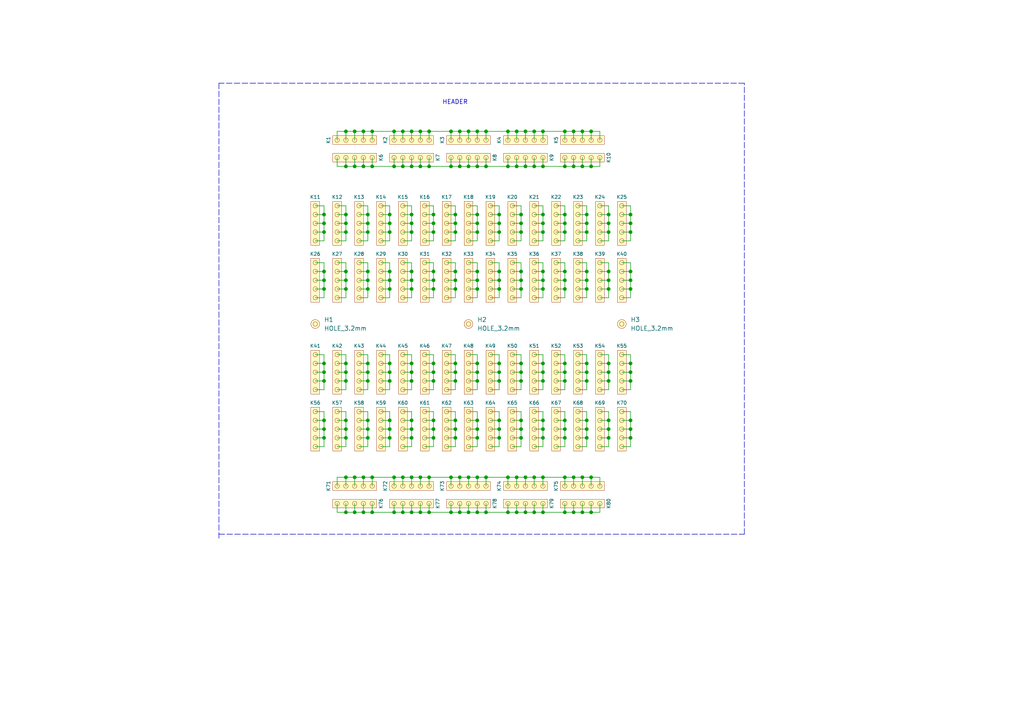
<source format=kicad_sch>
(kicad_sch (version 20211123) (generator eeschema)
  (paper "A4")
  (title_block (title "PCB breadboard") (date "2021-07-15") (rev "V1.1.1.") (company "SOLDERED") (comment 1 "333031"))
  (lib_symbols
    (symbol "e-radionica.com schematics:HEADER_MALE_5X1" (pin_numbers hide) (pin_names hide)
      (property "Reference" "K" (at -0.635 7.62 0))
      (property "Value" "HEADER_MALE_5X1" (at 0.635 -7.62 0))
      (symbol "HEADER_MALE_5X1_1_1"
        (pin passive line (at 0 -5.08 180) (length 0) (name "~") (number "1"))
        (pin passive line (at 0 -2.54 180) (length 0) (name "~") (number "2"))
        (pin passive line (at 0 0 180) (length 0) (name "~") (number "3"))
        (pin passive line (at 0 2.54 180) (length 0) (name "~") (number "4"))
        (pin passive line (at 0 5.08 180) (length 0) (name "~") (number "5"))
      )
    )
    (symbol "e-radionica.com schematics:HOLE_3.2mm" (pin_numbers hide) (pin_names hide)
      (property "Reference" "H" (at 0 2.54 0))
      (property "Value" "HOLE_3.2mm" (at 0 -2.54 0))
    )
  )
  (junction (at 130.81 38.1) (diameter 0.9144))
  (junction (at 152.4 138.43) (diameter 0.9144))
  (junction (at 132.08 107.95) (diameter 0.9144))
  (junction (at 170.18 64.77) (diameter 0.9144))
  (junction (at 116.84 38.1) (diameter 0.9144))
  (junction (at 144.78 83.82) (diameter 0.9144))
  (junction (at 151.13 83.82) (diameter 0.9144))
  (junction (at 125.73 107.95) (diameter 0.9144))
  (junction (at 170.18 124.46) (diameter 0.9144))
  (junction (at 176.53 62.23) (diameter 0.9144))
  (junction (at 114.3 48.26) (diameter 0.9144))
  (junction (at 157.48 38.1) (diameter 0.9144))
  (junction (at 170.18 83.82) (diameter 0.9144))
  (junction (at 113.03 83.82) (diameter 0.9144))
  (junction (at 113.03 127) (diameter 0.9144))
  (junction (at 121.92 138.43) (diameter 0.9144))
  (junction (at 144.78 107.95) (diameter 0.9144))
  (junction (at 100.33 83.82) (diameter 0.9144))
  (junction (at 182.88 81.28) (diameter 0.9144))
  (junction (at 138.43 48.26) (diameter 0.9144))
  (junction (at 107.95 148.59) (diameter 0.9144))
  (junction (at 144.78 124.46) (diameter 0.9144))
  (junction (at 163.83 105.41) (diameter 0.9144))
  (junction (at 170.18 105.41) (diameter 0.9144))
  (junction (at 157.48 83.82) (diameter 0.9144))
  (junction (at 151.13 127) (diameter 0.9144))
  (junction (at 113.03 105.41) (diameter 0.9144))
  (junction (at 157.48 148.59) (diameter 0.9144))
  (junction (at 113.03 124.46) (diameter 0.9144))
  (junction (at 163.83 107.95) (diameter 0.9144))
  (junction (at 119.38 110.49) (diameter 0.9144))
  (junction (at 135.89 148.59) (diameter 0.9144))
  (junction (at 119.38 127) (diameter 0.9144))
  (junction (at 132.08 124.46) (diameter 0.9144))
  (junction (at 105.41 138.43) (diameter 0.9144))
  (junction (at 176.53 83.82) (diameter 0.9144))
  (junction (at 138.43 138.43) (diameter 0.9144))
  (junction (at 144.78 105.41) (diameter 0.9144))
  (junction (at 163.83 110.49) (diameter 0.9144))
  (junction (at 93.98 64.77) (diameter 0.9144))
  (junction (at 125.73 127) (diameter 0.9144))
  (junction (at 170.18 67.31) (diameter 0.9144))
  (junction (at 133.35 38.1) (diameter 0.9144))
  (junction (at 138.43 127) (diameter 0.9144))
  (junction (at 166.37 48.26) (diameter 0.9144))
  (junction (at 116.84 138.43) (diameter 0.9144))
  (junction (at 119.38 64.77) (diameter 0.9144))
  (junction (at 170.18 107.95) (diameter 0.9144))
  (junction (at 125.73 78.74) (diameter 0.9144))
  (junction (at 163.83 48.26) (diameter 0.9144))
  (junction (at 106.68 67.31) (diameter 0.9144))
  (junction (at 132.08 81.28) (diameter 0.9144))
  (junction (at 106.68 62.23) (diameter 0.9144))
  (junction (at 124.46 148.59) (diameter 0.9144))
  (junction (at 176.53 67.31) (diameter 0.9144))
  (junction (at 182.88 121.92) (diameter 0.9144))
  (junction (at 144.78 110.49) (diameter 0.9144))
  (junction (at 168.91 48.26) (diameter 0.9144))
  (junction (at 176.53 110.49) (diameter 0.9144))
  (junction (at 132.08 127) (diameter 0.9144))
  (junction (at 119.38 138.43) (diameter 0.9144))
  (junction (at 105.41 38.1) (diameter 0.9144))
  (junction (at 114.3 138.43) (diameter 0.9144))
  (junction (at 133.35 48.26) (diameter 0.9144))
  (junction (at 93.98 127) (diameter 0.9144))
  (junction (at 138.43 64.77) (diameter 0.9144))
  (junction (at 140.97 138.43) (diameter 0.9144))
  (junction (at 176.53 107.95) (diameter 0.9144))
  (junction (at 119.38 121.92) (diameter 0.9144))
  (junction (at 102.87 38.1) (diameter 0.9144))
  (junction (at 135.89 48.26) (diameter 0.9144))
  (junction (at 170.18 121.92) (diameter 0.9144))
  (junction (at 138.43 78.74) (diameter 0.9144))
  (junction (at 100.33 121.92) (diameter 0.9144))
  (junction (at 113.03 62.23) (diameter 0.9144))
  (junction (at 151.13 105.41) (diameter 0.9144))
  (junction (at 125.73 110.49) (diameter 0.9144))
  (junction (at 119.38 38.1) (diameter 0.9144))
  (junction (at 152.4 48.26) (diameter 0.9144))
  (junction (at 100.33 138.43) (diameter 0.9144))
  (junction (at 151.13 81.28) (diameter 0.9144))
  (junction (at 106.68 78.74) (diameter 0.9144))
  (junction (at 163.83 38.1) (diameter 0.9144))
  (junction (at 106.68 83.82) (diameter 0.9144))
  (junction (at 125.73 83.82) (diameter 0.9144))
  (junction (at 100.33 105.41) (diameter 0.9144))
  (junction (at 163.83 148.59) (diameter 0.9144))
  (junction (at 182.88 110.49) (diameter 0.9144))
  (junction (at 163.83 67.31) (diameter 0.9144))
  (junction (at 166.37 38.1) (diameter 0.9144))
  (junction (at 93.98 124.46) (diameter 0.9144))
  (junction (at 106.68 124.46) (diameter 0.9144))
  (junction (at 151.13 110.49) (diameter 0.9144))
  (junction (at 132.08 78.74) (diameter 0.9144))
  (junction (at 171.45 48.26) (diameter 0.9144))
  (junction (at 93.98 107.95) (diameter 0.9144))
  (junction (at 144.78 78.74) (diameter 0.9144))
  (junction (at 132.08 64.77) (diameter 0.9144))
  (junction (at 124.46 138.43) (diameter 0.9144))
  (junction (at 176.53 105.41) (diameter 0.9144))
  (junction (at 133.35 148.59) (diameter 0.9144))
  (junction (at 182.88 62.23) (diameter 0.9144))
  (junction (at 157.48 67.31) (diameter 0.9144))
  (junction (at 125.73 67.31) (diameter 0.9144))
  (junction (at 102.87 138.43) (diameter 0.9144))
  (junction (at 119.38 81.28) (diameter 0.9144))
  (junction (at 168.91 138.43) (diameter 0.9144))
  (junction (at 171.45 38.1) (diameter 0.9144))
  (junction (at 182.88 105.41) (diameter 0.9144))
  (junction (at 147.32 148.59) (diameter 0.9144))
  (junction (at 107.95 38.1) (diameter 0.9144))
  (junction (at 100.33 62.23) (diameter 0.9144))
  (junction (at 132.08 121.92) (diameter 0.9144))
  (junction (at 163.83 62.23) (diameter 0.9144))
  (junction (at 119.38 78.74) (diameter 0.9144))
  (junction (at 166.37 138.43) (diameter 0.9144))
  (junction (at 106.68 127) (diameter 0.9144))
  (junction (at 149.86 148.59) (diameter 0.9144))
  (junction (at 93.98 78.74) (diameter 0.9144))
  (junction (at 163.83 81.28) (diameter 0.9144))
  (junction (at 113.03 81.28) (diameter 0.9144))
  (junction (at 151.13 64.77) (diameter 0.9144))
  (junction (at 107.95 138.43) (diameter 0.9144))
  (junction (at 100.33 81.28) (diameter 0.9144))
  (junction (at 154.94 138.43) (diameter 0.9144))
  (junction (at 100.33 78.74) (diameter 0.9144))
  (junction (at 102.87 148.59) (diameter 0.9144))
  (junction (at 151.13 78.74) (diameter 0.9144))
  (junction (at 133.35 138.43) (diameter 0.9144))
  (junction (at 157.48 81.28) (diameter 0.9144))
  (junction (at 100.33 124.46) (diameter 0.9144))
  (junction (at 157.48 110.49) (diameter 0.9144))
  (junction (at 93.98 67.31) (diameter 0.9144))
  (junction (at 119.38 107.95) (diameter 0.9144))
  (junction (at 125.73 81.28) (diameter 0.9144))
  (junction (at 163.83 127) (diameter 0.9144))
  (junction (at 138.43 38.1) (diameter 0.9144))
  (junction (at 154.94 38.1) (diameter 0.9144))
  (junction (at 119.38 83.82) (diameter 0.9144))
  (junction (at 138.43 67.31) (diameter 0.9144))
  (junction (at 125.73 105.41) (diameter 0.9144))
  (junction (at 182.88 64.77) (diameter 0.9144))
  (junction (at 182.88 78.74) (diameter 0.9144))
  (junction (at 121.92 148.59) (diameter 0.9144))
  (junction (at 176.53 124.46) (diameter 0.9144))
  (junction (at 113.03 78.74) (diameter 0.9144))
  (junction (at 147.32 38.1) (diameter 0.9144))
  (junction (at 170.18 110.49) (diameter 0.9144))
  (junction (at 125.73 64.77) (diameter 0.9144))
  (junction (at 163.83 138.43) (diameter 0.9144))
  (junction (at 151.13 124.46) (diameter 0.9144))
  (junction (at 106.68 64.77) (diameter 0.9144))
  (junction (at 176.53 64.77) (diameter 0.9144))
  (junction (at 154.94 48.26) (diameter 0.9144))
  (junction (at 140.97 48.26) (diameter 0.9144))
  (junction (at 135.89 38.1) (diameter 0.9144))
  (junction (at 144.78 81.28) (diameter 0.9144))
  (junction (at 168.91 148.59) (diameter 0.9144))
  (junction (at 132.08 83.82) (diameter 0.9144))
  (junction (at 138.43 62.23) (diameter 0.9144))
  (junction (at 149.86 138.43) (diameter 0.9144))
  (junction (at 119.38 105.41) (diameter 0.9144))
  (junction (at 121.92 48.26) (diameter 0.9144))
  (junction (at 113.03 121.92) (diameter 0.9144))
  (junction (at 116.84 148.59) (diameter 0.9144))
  (junction (at 93.98 62.23) (diameter 0.9144))
  (junction (at 157.48 48.26) (diameter 0.9144))
  (junction (at 121.92 38.1) (diameter 0.9144))
  (junction (at 93.98 81.28) (diameter 0.9144))
  (junction (at 176.53 127) (diameter 0.9144))
  (junction (at 170.18 127) (diameter 0.9144))
  (junction (at 130.81 138.43) (diameter 0.9144))
  (junction (at 182.88 127) (diameter 0.9144))
  (junction (at 119.38 62.23) (diameter 0.9144))
  (junction (at 163.83 124.46) (diameter 0.9144))
  (junction (at 132.08 62.23) (diameter 0.9144))
  (junction (at 149.86 48.26) (diameter 0.9144))
  (junction (at 171.45 148.59) (diameter 0.9144))
  (junction (at 144.78 64.77) (diameter 0.9144))
  (junction (at 157.48 127) (diameter 0.9144))
  (junction (at 116.84 48.26) (diameter 0.9144))
  (junction (at 144.78 121.92) (diameter 0.9144))
  (junction (at 106.68 105.41) (diameter 0.9144))
  (junction (at 135.89 138.43) (diameter 0.9144))
  (junction (at 152.4 38.1) (diameter 0.9144))
  (junction (at 106.68 107.95) (diameter 0.9144))
  (junction (at 182.88 67.31) (diameter 0.9144))
  (junction (at 119.38 48.26) (diameter 0.9144))
  (junction (at 170.18 78.74) (diameter 0.9144))
  (junction (at 154.94 148.59) (diameter 0.9144))
  (junction (at 106.68 81.28) (diameter 0.9144))
  (junction (at 138.43 110.49) (diameter 0.9144))
  (junction (at 93.98 121.92) (diameter 0.9144))
  (junction (at 107.95 48.26) (diameter 0.9144))
  (junction (at 157.48 62.23) (diameter 0.9144))
  (junction (at 166.37 148.59) (diameter 0.9144))
  (junction (at 125.73 62.23) (diameter 0.9144))
  (junction (at 157.48 78.74) (diameter 0.9144))
  (junction (at 132.08 67.31) (diameter 0.9144))
  (junction (at 149.86 38.1) (diameter 0.9144))
  (junction (at 138.43 83.82) (diameter 0.9144))
  (junction (at 100.33 38.1) (diameter 0.9144))
  (junction (at 163.83 78.74) (diameter 0.9144))
  (junction (at 132.08 105.41) (diameter 0.9144))
  (junction (at 119.38 148.59) (diameter 0.9144))
  (junction (at 124.46 48.26) (diameter 0.9144))
  (junction (at 130.81 148.59) (diameter 0.9144))
  (junction (at 100.33 110.49) (diameter 0.9144))
  (junction (at 119.38 124.46) (diameter 0.9144))
  (junction (at 182.88 124.46) (diameter 0.9144))
  (junction (at 132.08 110.49) (diameter 0.9144))
  (junction (at 106.68 110.49) (diameter 0.9144))
  (junction (at 93.98 83.82) (diameter 0.9144))
  (junction (at 140.97 38.1) (diameter 0.9144))
  (junction (at 147.32 138.43) (diameter 0.9144))
  (junction (at 113.03 110.49) (diameter 0.9144))
  (junction (at 138.43 121.92) (diameter 0.9144))
  (junction (at 151.13 121.92) (diameter 0.9144))
  (junction (at 182.88 107.95) (diameter 0.9144))
  (junction (at 163.83 121.92) (diameter 0.9144))
  (junction (at 182.88 83.82) (diameter 0.9144))
  (junction (at 138.43 124.46) (diameter 0.9144))
  (junction (at 144.78 62.23) (diameter 0.9144))
  (junction (at 171.45 138.43) (diameter 0.9144))
  (junction (at 152.4 148.59) (diameter 0.9144))
  (junction (at 163.83 64.77) (diameter 0.9144))
  (junction (at 125.73 121.92) (diameter 0.9144))
  (junction (at 105.41 48.26) (diameter 0.9144))
  (junction (at 157.48 124.46) (diameter 0.9144))
  (junction (at 113.03 107.95) (diameter 0.9144))
  (junction (at 168.91 38.1) (diameter 0.9144))
  (junction (at 176.53 78.74) (diameter 0.9144))
  (junction (at 144.78 67.31) (diameter 0.9144))
  (junction (at 151.13 62.23) (diameter 0.9144))
  (junction (at 124.46 38.1) (diameter 0.9144))
  (junction (at 138.43 148.59) (diameter 0.9144))
  (junction (at 114.3 148.59) (diameter 0.9144))
  (junction (at 138.43 107.95) (diameter 0.9144))
  (junction (at 105.41 148.59) (diameter 0.9144))
  (junction (at 93.98 110.49) (diameter 0.9144))
  (junction (at 157.48 105.41) (diameter 0.9144))
  (junction (at 151.13 67.31) (diameter 0.9144))
  (junction (at 147.32 48.26) (diameter 0.9144))
  (junction (at 138.43 81.28) (diameter 0.9144))
  (junction (at 100.33 67.31) (diameter 0.9144))
  (junction (at 140.97 148.59) (diameter 0.9144))
  (junction (at 163.83 83.82) (diameter 0.9144))
  (junction (at 170.18 62.23) (diameter 0.9144))
  (junction (at 157.48 107.95) (diameter 0.9144))
  (junction (at 100.33 127) (diameter 0.9144))
  (junction (at 157.48 121.92) (diameter 0.9144))
  (junction (at 100.33 64.77) (diameter 0.9144))
  (junction (at 119.38 67.31) (diameter 0.9144))
  (junction (at 138.43 105.41) (diameter 0.9144))
  (junction (at 93.98 105.41) (diameter 0.9144))
  (junction (at 102.87 48.26) (diameter 0.9144))
  (junction (at 151.13 107.95) (diameter 0.9144))
  (junction (at 130.81 48.26) (diameter 0.9144))
  (junction (at 176.53 81.28) (diameter 0.9144))
  (junction (at 100.33 148.59) (diameter 0.9144))
  (junction (at 106.68 121.92) (diameter 0.9144))
  (junction (at 100.33 48.26) (diameter 0.9144))
  (junction (at 157.48 138.43) (diameter 0.9144))
  (junction (at 125.73 124.46) (diameter 0.9144))
  (junction (at 157.48 64.77) (diameter 0.9144))
  (junction (at 170.18 81.28) (diameter 0.9144))
  (junction (at 176.53 121.92) (diameter 0.9144))
  (junction (at 100.33 107.95) (diameter 0.9144))
  (junction (at 113.03 64.77) (diameter 0.9144))
  (junction (at 113.03 67.31) (diameter 0.9144))
  (junction (at 114.3 38.1) (diameter 0.9144))
  (junction (at 144.78 127) (diameter 0.9144))
  (wire (pts (xy 116.84 146.05) (xy 116.84 148.59)))
  (wire (pts (xy 135.89 119.38) (xy 138.43 119.38)))
  (wire (pts (xy 100.33 105.41) (xy 100.33 107.95)))
  (wire (pts (xy 138.43 105.41) (xy 138.43 107.95)))
  (wire (pts (xy 138.43 67.31) (xy 138.43 69.85)))
  (wire (pts (xy 157.48 62.23) (xy 157.48 64.77)))
  (wire (pts (xy 163.83 59.69) (xy 163.83 62.23)))
  (wire (pts (xy 121.92 140.97) (xy 121.92 138.43)))
  (wire (pts (xy 151.13 124.46) (xy 151.13 127)))
  (wire (pts (xy 93.98 121.92) (xy 93.98 124.46)))
  (wire (pts (xy 148.59 59.69) (xy 151.13 59.69)))
  (wire (pts (xy 121.92 45.72) (xy 121.92 48.26)))
  (wire (pts (xy 135.89 138.43) (xy 138.43 138.43)))
  (wire (pts (xy 135.89 140.97) (xy 135.89 138.43)))
  (wire (pts (xy 152.4 138.43) (xy 154.94 138.43)))
  (wire (pts (xy 133.35 45.72) (xy 133.35 48.26)))
  (wire (pts (xy 132.08 121.92) (xy 132.08 124.46)))
  (wire (pts (xy 151.13 110.49) (xy 151.13 113.03)))
  (wire (pts (xy 110.49 76.2) (xy 113.03 76.2)))
  (wire (pts (xy 116.84 38.1) (xy 119.38 38.1)))
  (wire (pts (xy 157.48 146.05) (xy 157.48 148.59)))
  (wire (pts (xy 140.97 38.1) (xy 147.32 38.1)))
  (wire (pts (xy 132.08 107.95) (xy 132.08 110.49)))
  (wire (pts (xy 125.73 67.31) (xy 125.73 69.85)))
  (wire (pts (xy 173.99 81.28) (xy 176.53 81.28)))
  (wire (pts (xy 123.19 127) (xy 125.73 127)))
  (wire (pts (xy 168.91 38.1) (xy 171.45 38.1)))
  (wire (pts (xy 113.03 64.77) (xy 113.03 67.31)))
  (wire (pts (xy 113.03 110.49) (xy 113.03 113.03)))
  (wire (pts (xy 157.48 102.87) (xy 157.48 105.41)))
  (wire (pts (xy 151.13 64.77) (xy 151.13 67.31)))
  (wire (pts (xy 163.83 102.87) (xy 163.83 105.41)))
  (wire (pts (xy 132.08 59.69) (xy 132.08 62.23)))
  (wire (pts (xy 132.08 83.82) (xy 132.08 86.36)))
  (wire (pts (xy 168.91 40.64) (xy 168.91 38.1)))
  (wire (pts (xy 167.64 113.03) (xy 170.18 113.03)))
  (wire (pts (xy 144.78 124.46) (xy 144.78 127)))
  (wire (pts (xy 119.38 105.41) (xy 119.38 107.95)))
  (wire (pts (xy 121.92 148.59) (xy 119.38 148.59)))
  (wire (pts (xy 135.89 102.87) (xy 138.43 102.87)))
  (wire (pts (xy 125.73 105.41) (xy 125.73 107.95)))
  (wire (pts (xy 173.99 110.49) (xy 176.53 110.49)))
  (wire (pts (xy 142.24 67.31) (xy 144.78 67.31)))
  (wire (pts (xy 105.41 40.64) (xy 105.41 38.1)))
  (wire (pts (xy 154.94 113.03) (xy 157.48 113.03)))
  (wire (pts (xy 170.18 107.95) (xy 170.18 110.49)))
  (wire (pts (xy 116.84 48.26) (xy 114.3 48.26)))
  (wire (pts (xy 129.54 76.2) (xy 132.08 76.2)))
  (wire (pts (xy 129.54 62.23) (xy 132.08 62.23)))
  (wire (pts (xy 138.43 140.97) (xy 138.43 138.43)))
  (wire (pts (xy 119.38 121.92) (xy 119.38 124.46)))
  (wire (pts (xy 144.78 83.82) (xy 144.78 86.36)))
  (wire (pts (xy 116.84 83.82) (xy 119.38 83.82)))
  (wire (pts (xy 166.37 138.43) (xy 168.91 138.43)))
  (wire (pts (xy 157.48 48.26) (xy 163.83 48.26)))
  (wire (pts (xy 148.59 102.87) (xy 151.13 102.87)))
  (wire (pts (xy 170.18 102.87) (xy 170.18 105.41)))
  (wire (pts (xy 142.24 83.82) (xy 144.78 83.82)))
  (wire (pts (xy 123.19 110.49) (xy 125.73 110.49)))
  (wire (pts (xy 97.79 121.92) (xy 100.33 121.92)))
  (wire (pts (xy 132.08 124.46) (xy 132.08 127)))
  (wire (pts (xy 132.08 64.77) (xy 132.08 67.31)))
  (wire (pts (xy 123.19 86.36) (xy 125.73 86.36)))
  (wire (pts (xy 124.46 48.26) (xy 130.81 48.26)))
  (wire (pts (xy 102.87 40.64) (xy 102.87 38.1)))
  (wire (pts (xy 163.83 121.92) (xy 163.83 124.46)))
  (wire (pts (xy 152.4 48.26) (xy 149.86 48.26)))
  (wire (pts (xy 105.41 38.1) (xy 107.95 38.1)))
  (wire (pts (xy 129.54 113.03) (xy 132.08 113.03)))
  (wire (pts (xy 125.73 78.74) (xy 125.73 81.28)))
  (wire (pts (xy 154.94 45.72) (xy 154.94 48.26)))
  (wire (pts (xy 116.84 62.23) (xy 119.38 62.23)))
  (wire (pts (xy 148.59 127) (xy 151.13 127)))
  (wire (pts (xy 149.86 38.1) (xy 152.4 38.1)))
  (wire (pts (xy 144.78 127) (xy 144.78 129.54)))
  (wire (pts (xy 123.19 124.46) (xy 125.73 124.46)))
  (wire (pts (xy 149.86 48.26) (xy 147.32 48.26)))
  (wire (pts (xy 110.49 59.69) (xy 113.03 59.69)))
  (wire (pts (xy 151.13 121.92) (xy 151.13 124.46)))
  (wire (pts (xy 138.43 121.92) (xy 138.43 124.46)))
  (wire (pts (xy 119.38 138.43) (xy 121.92 138.43)))
  (wire (pts (xy 170.18 76.2) (xy 170.18 78.74)))
  (wire (pts (xy 147.32 40.64) (xy 147.32 38.1)))
  (wire (pts (xy 91.44 129.54) (xy 93.98 129.54)))
  (wire (pts (xy 93.98 105.41) (xy 93.98 107.95)))
  (wire (pts (xy 154.94 146.05) (xy 154.94 148.59)))
  (wire (pts (xy 135.89 69.85) (xy 138.43 69.85)))
  (wire (pts (xy 125.73 127) (xy 125.73 129.54)))
  (wire (pts (xy 102.87 138.43) (xy 105.41 138.43)))
  (wire (pts (xy 129.54 102.87) (xy 132.08 102.87)))
  (wire (pts (xy 124.46 45.72) (xy 124.46 48.26)))
  (wire (pts (xy 173.99 59.69) (xy 176.53 59.69)))
  (wire (pts (xy 123.19 83.82) (xy 125.73 83.82)))
  (wire (pts (xy 133.35 140.97) (xy 133.35 138.43)))
  (wire (pts (xy 148.59 78.74) (xy 151.13 78.74)))
  (wire (pts (xy 173.99 127) (xy 176.53 127)))
  (wire (pts (xy 157.48 105.41) (xy 157.48 107.95)))
  (wire (pts (xy 176.53 124.46) (xy 176.53 127)))
  (wire (pts (xy 144.78 81.28) (xy 144.78 83.82)))
  (wire (pts (xy 97.79 45.72) (xy 97.79 48.26)))
  (wire (pts (xy 110.49 81.28) (xy 113.03 81.28)))
  (wire (pts (xy 154.94 76.2) (xy 157.48 76.2)))
  (wire (pts (xy 124.46 40.64) (xy 124.46 38.1)))
  (wire (pts (xy 182.88 64.77) (xy 182.88 67.31)))
  (wire (pts (xy 173.99 102.87) (xy 176.53 102.87)))
  (wire (pts (xy 154.94 124.46) (xy 157.48 124.46)))
  (wire (pts (xy 163.83 78.74) (xy 163.83 81.28)))
  (wire (pts (xy 157.48 127) (xy 157.48 129.54)))
  (wire (pts (xy 124.46 38.1) (xy 130.81 38.1)))
  (wire (pts (xy 135.89 64.77) (xy 138.43 64.77)))
  (wire (pts (xy 170.18 121.92) (xy 170.18 124.46)))
  (wire (pts (xy 116.84 148.59) (xy 114.3 148.59)))
  (wire (pts (xy 113.03 83.82) (xy 113.03 86.36)))
  (wire (pts (xy 116.84 129.54) (xy 119.38 129.54)))
  (wire (pts (xy 114.3 45.72) (xy 114.3 48.26)))
  (wire (pts (xy 104.14 129.54) (xy 106.68 129.54)))
  (wire (pts (xy 124.46 146.05) (xy 124.46 148.59)))
  (wire (pts (xy 173.99 107.95) (xy 176.53 107.95)))
  (wire (pts (xy 148.59 113.03) (xy 151.13 113.03)))
  (wire (pts (xy 173.99 64.77) (xy 176.53 64.77)))
  (wire (pts (xy 161.29 62.23) (xy 163.83 62.23)))
  (wire (pts (xy 182.88 102.87) (xy 182.88 105.41)))
  (wire (pts (xy 132.08 81.28) (xy 132.08 83.82)))
  (wire (pts (xy 104.14 83.82) (xy 106.68 83.82)))
  (wire (pts (xy 100.33 76.2) (xy 100.33 78.74)))
  (wire (pts (xy 161.29 78.74) (xy 163.83 78.74)))
  (wire (pts (xy 176.53 102.87) (xy 176.53 105.41)))
  (wire (pts (xy 167.64 62.23) (xy 170.18 62.23)))
  (wire (pts (xy 142.24 81.28) (xy 144.78 81.28)))
  (wire (pts (xy 154.94 64.77) (xy 157.48 64.77)))
  (wire (pts (xy 163.83 105.41) (xy 163.83 107.95)))
  (wire (pts (xy 106.68 62.23) (xy 106.68 64.77)))
  (wire (pts (xy 154.94 78.74) (xy 157.48 78.74)))
  (wire (pts (xy 107.95 40.64) (xy 107.95 38.1)))
  (wire (pts (xy 93.98 102.87) (xy 93.98 105.41)))
  (wire (pts (xy 173.99 105.41) (xy 176.53 105.41)))
  (wire (pts (xy 173.99 69.85) (xy 176.53 69.85)))
  (wire (pts (xy 97.79 113.03) (xy 100.33 113.03)))
  (wire (pts (xy 91.44 127) (xy 93.98 127)))
  (wire (pts (xy 125.73 76.2) (xy 125.73 78.74)))
  (wire (pts (xy 125.73 59.69) (xy 125.73 62.23)))
  (wire (pts (xy 114.3 40.64) (xy 114.3 38.1)))
  (wire (pts (xy 157.48 124.46) (xy 157.48 127)))
  (wire (pts (xy 129.54 69.85) (xy 132.08 69.85)))
  (wire (pts (xy 116.84 113.03) (xy 119.38 113.03)))
  (wire (pts (xy 104.14 76.2) (xy 106.68 76.2)))
  (wire (pts (xy 180.34 64.77) (xy 182.88 64.77)))
  (wire (pts (xy 97.79 140.97) (xy 97.79 138.43)))
  (wire (pts (xy 166.37 48.26) (xy 163.83 48.26)))
  (wire (pts (xy 130.81 40.64) (xy 130.81 38.1)))
  (wire (pts (xy 176.53 107.95) (xy 176.53 110.49)))
  (wire (pts (xy 171.45 45.72) (xy 171.45 48.26)))
  (wire (pts (xy 106.68 81.28) (xy 106.68 83.82)))
  (wire (pts (xy 167.64 105.41) (xy 170.18 105.41)))
  (wire (pts (xy 123.19 129.54) (xy 125.73 129.54)))
  (wire (pts (xy 104.14 127) (xy 106.68 127)))
  (wire (pts (xy 167.64 67.31) (xy 170.18 67.31)))
  (wire (pts (xy 163.83 146.05) (xy 163.83 148.59)))
  (wire (pts (xy 163.83 107.95) (xy 163.83 110.49)))
  (wire (pts (xy 142.24 102.87) (xy 144.78 102.87)))
  (wire (pts (xy 173.99 121.92) (xy 176.53 121.92)))
  (wire (pts (xy 157.48 107.95) (xy 157.48 110.49)))
  (wire (pts (xy 167.64 64.77) (xy 170.18 64.77)))
  (wire (pts (xy 97.79 119.38) (xy 100.33 119.38)))
  (wire (pts (xy 161.29 69.85) (xy 163.83 69.85)))
  (wire (pts (xy 129.54 81.28) (xy 132.08 81.28)))
  (wire (pts (xy 91.44 107.95) (xy 93.98 107.95)))
  (wire (pts (xy 163.83 76.2) (xy 163.83 78.74)))
  (wire (pts (xy 168.91 45.72) (xy 168.91 48.26)))
  (wire (pts (xy 129.54 105.41) (xy 132.08 105.41)))
  (wire (pts (xy 135.89 81.28) (xy 138.43 81.28)))
  (wire (pts (xy 97.79 146.05) (xy 97.79 148.59)))
  (wire (pts (xy 166.37 146.05) (xy 166.37 148.59)))
  (wire (pts (xy 97.79 83.82) (xy 100.33 83.82)))
  (wire (pts (xy 116.84 86.36) (xy 119.38 86.36)))
  (wire (pts (xy 116.84 69.85) (xy 119.38 69.85)))
  (wire (pts (xy 151.13 59.69) (xy 151.13 62.23)))
  (wire (pts (xy 142.24 64.77) (xy 144.78 64.77)))
  (wire (pts (xy 97.79 69.85) (xy 100.33 69.85)))
  (wire (pts (xy 129.54 124.46) (xy 132.08 124.46)))
  (wire (pts (xy 97.79 86.36) (xy 100.33 86.36)))
  (wire (pts (xy 167.64 110.49) (xy 170.18 110.49)))
  (wire (pts (xy 176.53 110.49) (xy 176.53 113.03)))
  (wire (pts (xy 154.94 67.31) (xy 157.48 67.31)))
  (wire (pts (xy 144.78 105.41) (xy 144.78 107.95)))
  (wire (pts (xy 161.29 105.41) (xy 163.83 105.41)))
  (wire (pts (xy 125.73 107.95) (xy 125.73 110.49)))
  (wire (pts (xy 142.24 124.46) (xy 144.78 124.46)))
  (wire (pts (xy 142.24 76.2) (xy 144.78 76.2)))
  (wire (pts (xy 154.94 83.82) (xy 157.48 83.82)))
  (wire (pts (xy 151.13 102.87) (xy 151.13 105.41)))
  (wire (pts (xy 100.33 48.26) (xy 97.79 48.26)))
  (wire (pts (xy 119.38 45.72) (xy 119.38 48.26)))
  (wire (pts (xy 154.94 59.69) (xy 157.48 59.69)))
  (wire (pts (xy 125.73 102.87) (xy 125.73 105.41)))
  (wire (pts (xy 130.81 140.97) (xy 130.81 138.43)))
  (wire (pts (xy 167.64 81.28) (xy 170.18 81.28)))
  (wire (pts (xy 154.94 81.28) (xy 157.48 81.28)))
  (wire (pts (xy 97.79 105.41) (xy 100.33 105.41)))
  (wire (pts (xy 104.14 110.49) (xy 106.68 110.49)))
  (wire (pts (xy 113.03 62.23) (xy 113.03 64.77)))
  (wire (pts (xy 123.19 119.38) (xy 125.73 119.38)))
  (wire (pts (xy 161.29 124.46) (xy 163.83 124.46)))
  (wire (pts (xy 154.94 102.87) (xy 157.48 102.87)))
  (wire (pts (xy 97.79 129.54) (xy 100.33 129.54)))
  (wire (pts (xy 123.19 81.28) (xy 125.73 81.28)))
  (wire (pts (xy 97.79 81.28) (xy 100.33 81.28)))
  (wire (pts (xy 100.33 78.74) (xy 100.33 81.28)))
  (wire (pts (xy 182.88 62.23) (xy 182.88 64.77)))
  (wire (pts (xy 154.94 105.41) (xy 157.48 105.41)))
  (wire (pts (xy 176.53 81.28) (xy 176.53 83.82)))
  (wire (pts (xy 157.48 81.28) (xy 157.48 83.82)))
  (wire (pts (xy 152.4 140.97) (xy 152.4 138.43)))
  (wire (pts (xy 167.64 124.46) (xy 170.18 124.46)))
  (wire (pts (xy 132.08 78.74) (xy 132.08 81.28)))
  (wire (pts (xy 121.92 48.26) (xy 119.38 48.26)))
  (wire (pts (xy 148.59 124.46) (xy 151.13 124.46)))
  (wire (pts (xy 182.88 110.49) (xy 182.88 113.03)))
  (wire (pts (xy 138.43 124.46) (xy 138.43 127)))
  (wire (pts (xy 130.81 146.05) (xy 130.81 148.59)))
  (wire (pts (xy 100.33 38.1) (xy 102.87 38.1)))
  (wire (pts (xy 93.98 107.95) (xy 93.98 110.49)))
  (wire (pts (xy 91.44 86.36) (xy 93.98 86.36)))
  (wire (pts (xy 167.64 78.74) (xy 170.18 78.74)))
  (wire (pts (xy 113.03 59.69) (xy 113.03 62.23)))
  (wire (pts (xy 148.59 121.92) (xy 151.13 121.92)))
  (wire (pts (xy 124.46 138.43) (xy 130.81 138.43)))
  (wire (pts (xy 176.53 76.2) (xy 176.53 78.74)))
  (wire (pts (xy 114.3 140.97) (xy 114.3 138.43)))
  (wire (pts (xy 180.34 107.95) (xy 182.88 107.95)))
  (wire (pts (xy 104.14 81.28) (xy 106.68 81.28)))
  (wire (pts (xy 161.29 113.03) (xy 163.83 113.03)))
  (wire (pts (xy 166.37 148.59) (xy 163.83 148.59)))
  (wire (pts (xy 107.95 148.59) (xy 105.41 148.59)))
  (wire (pts (xy 152.4 38.1) (xy 154.94 38.1)))
  (wire (pts (xy 173.99 146.05) (xy 173.99 148.59)))
  (wire (pts (xy 93.98 81.28) (xy 93.98 83.82)))
  (wire (pts (xy 100.33 102.87) (xy 100.33 105.41)))
  (wire (pts (xy 170.18 127) (xy 170.18 129.54)))
  (wire (pts (xy 138.43 146.05) (xy 138.43 148.59)))
  (wire (pts (xy 93.98 119.38) (xy 93.98 121.92)))
  (wire (pts (xy 114.3 38.1) (xy 116.84 38.1)))
  (wire (pts (xy 147.32 140.97) (xy 147.32 138.43)))
  (wire (pts (xy 151.13 107.95) (xy 151.13 110.49)))
  (wire (pts (xy 142.24 69.85) (xy 144.78 69.85)))
  (wire (pts (xy 161.29 59.69) (xy 163.83 59.69)))
  (wire (pts (xy 119.38 48.26) (xy 116.84 48.26)))
  (wire (pts (xy 100.33 59.69) (xy 100.33 62.23)))
  (wire (pts (xy 91.44 119.38) (xy 93.98 119.38)))
  (wire (pts (xy 106.68 64.77) (xy 106.68 67.31)))
  (wire (pts (xy 135.89 110.49) (xy 138.43 110.49)))
  (wire (pts (xy 180.34 119.38) (xy 182.88 119.38)))
  (wire (pts (xy 125.73 119.38) (xy 125.73 121.92)))
  (wire (pts (xy 167.64 86.36) (xy 170.18 86.36)))
  (wire (pts (xy 138.43 38.1) (xy 140.97 38.1)))
  (wire (pts (xy 123.19 121.92) (xy 125.73 121.92)))
  (wire (pts (xy 123.19 102.87) (xy 125.73 102.87)))
  (wire (pts (xy 93.98 110.49) (xy 93.98 113.03)))
  (wire (pts (xy 123.19 67.31) (xy 125.73 67.31)))
  (wire (pts (xy 182.88 105.41) (xy 182.88 107.95)))
  (wire (pts (xy 129.54 67.31) (xy 132.08 67.31)))
  (wire (pts (xy 173.99 48.26) (xy 171.45 48.26)))
  (wire (pts (xy 180.34 83.82) (xy 182.88 83.82)))
  (wire (pts (xy 138.43 119.38) (xy 138.43 121.92)))
  (wire (pts (xy 163.83 45.72) (xy 163.83 48.26)))
  (wire (pts (xy 110.49 121.92) (xy 113.03 121.92)))
  (wire (pts (xy 161.29 86.36) (xy 163.83 86.36)))
  (wire (pts (xy 113.03 81.28) (xy 113.03 83.82)))
  (wire (pts (xy 135.89 86.36) (xy 138.43 86.36)))
  (wire (pts (xy 135.89 38.1) (xy 138.43 38.1)))
  (wire (pts (xy 171.45 138.43) (xy 173.99 138.43)))
  (wire (pts (xy 100.33 146.05) (xy 100.33 148.59)))
  (wire (pts (xy 154.94 127) (xy 157.48 127)))
  (wire (pts (xy 116.84 119.38) (xy 119.38 119.38)))
  (wire (pts (xy 91.44 62.23) (xy 93.98 62.23)))
  (wire (pts (xy 106.68 67.31) (xy 106.68 69.85)))
  (wire (pts (xy 167.64 129.54) (xy 170.18 129.54)))
  (wire (pts (xy 170.18 64.77) (xy 170.18 67.31)))
  (wire (pts (xy 107.95 140.97) (xy 107.95 138.43)))
  (wire (pts (xy 163.83 64.77) (xy 163.83 67.31)))
  (wire (pts (xy 182.88 83.82) (xy 182.88 86.36)))
  (wire (pts (xy 123.19 69.85) (xy 125.73 69.85)))
  (wire (pts (xy 125.73 121.92) (xy 125.73 124.46)))
  (wire (pts (xy 107.95 48.26) (xy 114.3 48.26)))
  (polyline (pts (xy 63.5 24.13) (xy 63.5 156.21)) (stroke (width 0) (type dash)))
  (polyline (pts (xy 63.5 154.94) (xy 215.9 154.94)) (stroke (width 0) (type dash)))
  (polyline (pts (xy 215.9 24.13) (xy 63.5 24.13)) (stroke (width 0) (type dash)))
  (polyline (pts (xy 215.9 154.94) (xy 215.9 24.13)) (stroke (width 0) (type dash)))
  (wire (pts (xy 138.43 83.82) (xy 138.43 86.36)))
  (wire (pts (xy 102.87 48.26) (xy 100.33 48.26)))
  (wire (pts (xy 157.48 78.74) (xy 157.48 81.28)))
  (wire (pts (xy 147.32 138.43) (xy 149.86 138.43)))
  (wire (pts (xy 173.99 76.2) (xy 176.53 76.2)))
  (wire (pts (xy 170.18 67.31) (xy 170.18 69.85)))
  (wire (pts (xy 97.79 38.1) (xy 100.33 38.1)))
  (wire (pts (xy 173.99 113.03) (xy 176.53 113.03)))
  (wire (pts (xy 135.89 127) (xy 138.43 127)))
  (wire (pts (xy 110.49 127) (xy 113.03 127)))
  (wire (pts (xy 125.73 110.49) (xy 125.73 113.03)))
  (wire (pts (xy 91.44 81.28) (xy 93.98 81.28)))
  (wire (pts (xy 123.19 113.03) (xy 125.73 113.03)))
  (wire (pts (xy 110.49 67.31) (xy 113.03 67.31)))
  (wire (pts (xy 138.43 127) (xy 138.43 129.54)))
  (wire (pts (xy 106.68 110.49) (xy 106.68 113.03)))
  (wire (pts (xy 166.37 140.97) (xy 166.37 138.43)))
  (wire (pts (xy 100.33 67.31) (xy 100.33 69.85)))
  (wire (pts (xy 97.79 102.87) (xy 100.33 102.87)))
  (wire (pts (xy 148.59 83.82) (xy 151.13 83.82)))
  (wire (pts (xy 133.35 48.26) (xy 130.81 48.26)))
  (wire (pts (xy 154.94 40.64) (xy 154.94 38.1)))
  (wire (pts (xy 135.89 78.74) (xy 138.43 78.74)))
  (wire (pts (xy 138.43 110.49) (xy 138.43 113.03)))
  (wire (pts (xy 97.79 67.31) (xy 100.33 67.31)))
  (wire (pts (xy 157.48 138.43) (xy 163.83 138.43)))
  (wire (pts (xy 163.83 40.64) (xy 163.83 38.1)))
  (wire (pts (xy 100.33 45.72) (xy 100.33 48.26)))
  (wire (pts (xy 110.49 105.41) (xy 113.03 105.41)))
  (wire (pts (xy 104.14 86.36) (xy 106.68 86.36)))
  (wire (pts (xy 104.14 107.95) (xy 106.68 107.95)))
  (wire (pts (xy 107.95 138.43) (xy 114.3 138.43)))
  (wire (pts (xy 168.91 148.59) (xy 166.37 148.59)))
  (wire (pts (xy 116.84 45.72) (xy 116.84 48.26)))
  (wire (pts (xy 167.64 59.69) (xy 170.18 59.69)))
  (wire (pts (xy 135.89 76.2) (xy 138.43 76.2)))
  (wire (pts (xy 119.38 59.69) (xy 119.38 62.23)))
  (wire (pts (xy 125.73 64.77) (xy 125.73 67.31)))
  (wire (pts (xy 144.78 59.69) (xy 144.78 62.23)))
  (wire (pts (xy 161.29 83.82) (xy 163.83 83.82)))
  (wire (pts (xy 114.3 138.43) (xy 116.84 138.43)))
  (wire (pts (xy 113.03 105.41) (xy 113.03 107.95)))
  (wire (pts (xy 113.03 67.31) (xy 113.03 69.85)))
  (wire (pts (xy 110.49 107.95) (xy 113.03 107.95)))
  (wire (pts (xy 100.33 148.59) (xy 97.79 148.59)))
  (wire (pts (xy 135.89 62.23) (xy 138.43 62.23)))
  (wire (pts (xy 148.59 76.2) (xy 151.13 76.2)))
  (wire (pts (xy 121.92 40.64) (xy 121.92 38.1)))
  (wire (pts (xy 119.38 102.87) (xy 119.38 105.41)))
  (wire (pts (xy 147.32 38.1) (xy 149.86 38.1)))
  (wire (pts (xy 180.34 127) (xy 182.88 127)))
  (wire (pts (xy 97.79 78.74) (xy 100.33 78.74)))
  (wire (pts (xy 116.84 110.49) (xy 119.38 110.49)))
  (wire (pts (xy 91.44 121.92) (xy 93.98 121.92)))
  (wire (pts (xy 113.03 121.92) (xy 113.03 124.46)))
  (wire (pts (xy 129.54 78.74) (xy 132.08 78.74)))
  (wire (pts (xy 166.37 38.1) (xy 168.91 38.1)))
  (wire (pts (xy 182.88 127) (xy 182.88 129.54)))
  (wire (pts (xy 173.99 148.59) (xy 171.45 148.59)))
  (wire (pts (xy 176.53 62.23) (xy 176.53 64.77)))
  (wire (pts (xy 148.59 86.36) (xy 151.13 86.36)))
  (wire (pts (xy 173.99 67.31) (xy 176.53 67.31)))
  (wire (pts (xy 104.14 59.69) (xy 106.68 59.69)))
  (wire (pts (xy 119.38 119.38) (xy 119.38 121.92)))
  (wire (pts (xy 168.91 146.05) (xy 168.91 148.59)))
  (wire (pts (xy 93.98 83.82) (xy 93.98 86.36)))
  (wire (pts (xy 135.89 107.95) (xy 138.43 107.95)))
  (wire (pts (xy 116.84 127) (xy 119.38 127)))
  (wire (pts (xy 104.14 119.38) (xy 106.68 119.38)))
  (wire (pts (xy 93.98 78.74) (xy 93.98 81.28)))
  (wire (pts (xy 100.33 140.97) (xy 100.33 138.43)))
  (wire (pts (xy 106.68 76.2) (xy 106.68 78.74)))
  (wire (pts (xy 110.49 124.46) (xy 113.03 124.46)))
  (wire (pts (xy 180.34 124.46) (xy 182.88 124.46)))
  (wire (pts (xy 113.03 127) (xy 113.03 129.54)))
  (wire (pts (xy 114.3 146.05) (xy 114.3 148.59)))
  (wire (pts (xy 123.19 107.95) (xy 125.73 107.95)))
  (wire (pts (xy 180.34 110.49) (xy 182.88 110.49)))
  (wire (pts (xy 140.97 146.05) (xy 140.97 148.59)))
  (wire (pts (xy 144.78 78.74) (xy 144.78 81.28)))
  (wire (pts (xy 138.43 81.28) (xy 138.43 83.82)))
  (wire (pts (xy 148.59 129.54) (xy 151.13 129.54)))
  (wire (pts (xy 106.68 127) (xy 106.68 129.54)))
  (wire (pts (xy 116.84 81.28) (xy 119.38 81.28)))
  (wire (pts (xy 148.59 105.41) (xy 151.13 105.41)))
  (wire (pts (xy 113.03 124.46) (xy 113.03 127)))
  (wire (pts (xy 163.83 124.46) (xy 163.83 127)))
  (wire (pts (xy 152.4 146.05) (xy 152.4 148.59)))
  (wire (pts (xy 119.38 124.46) (xy 119.38 127)))
  (wire (pts (xy 170.18 78.74) (xy 170.18 81.28)))
  (wire (pts (xy 106.68 124.46) (xy 106.68 127)))
  (wire (pts (xy 135.89 113.03) (xy 138.43 113.03)))
  (wire (pts (xy 154.94 62.23) (xy 157.48 62.23)))
  (wire (pts (xy 149.86 138.43) (xy 152.4 138.43)))
  (wire (pts (xy 104.14 121.92) (xy 106.68 121.92)))
  (wire (pts (xy 180.34 76.2) (xy 182.88 76.2)))
  (wire (pts (xy 163.83 138.43) (xy 166.37 138.43)))
  (wire (pts (xy 154.94 121.92) (xy 157.48 121.92)))
  (wire (pts (xy 116.84 107.95) (xy 119.38 107.95)))
  (wire (pts (xy 157.48 64.77) (xy 157.48 67.31)))
  (wire (pts (xy 163.83 127) (xy 163.83 129.54)))
  (wire (pts (xy 173.99 86.36) (xy 176.53 86.36)))
  (wire (pts (xy 91.44 83.82) (xy 93.98 83.82)))
  (wire (pts (xy 163.83 62.23) (xy 163.83 64.77)))
  (wire (pts (xy 97.79 59.69) (xy 100.33 59.69)))
  (wire (pts (xy 104.14 69.85) (xy 106.68 69.85)))
  (wire (pts (xy 123.19 64.77) (xy 125.73 64.77)))
  (wire (pts (xy 133.35 38.1) (xy 135.89 38.1)))
  (wire (pts (xy 140.97 48.26) (xy 147.32 48.26)))
  (wire (pts (xy 119.38 76.2) (xy 119.38 78.74)))
  (wire (pts (xy 151.13 105.41) (xy 151.13 107.95)))
  (wire (pts (xy 100.33 107.95) (xy 100.33 110.49)))
  (wire (pts (xy 104.14 67.31) (xy 106.68 67.31)))
  (wire (pts (xy 142.24 113.03) (xy 144.78 113.03)))
  (wire (pts (xy 180.34 59.69) (xy 182.88 59.69)))
  (wire (pts (xy 110.49 86.36) (xy 113.03 86.36)))
  (wire (pts (xy 100.33 62.23) (xy 100.33 64.77)))
  (wire (pts (xy 132.08 76.2) (xy 132.08 78.74)))
  (wire (pts (xy 129.54 129.54) (xy 132.08 129.54)))
  (wire (pts (xy 170.18 83.82) (xy 170.18 86.36)))
  (wire (pts (xy 154.94 107.95) (xy 157.48 107.95)))
  (wire (pts (xy 119.38 62.23) (xy 119.38 64.77)))
  (wire (pts (xy 97.79 127) (xy 100.33 127)))
  (wire (pts (xy 154.94 119.38) (xy 157.48 119.38)))
  (wire (pts (xy 157.48 48.26) (xy 154.94 48.26)))
  (wire (pts (xy 138.43 45.72) (xy 138.43 48.26)))
  (wire (pts (xy 124.46 48.26) (xy 121.92 48.26)))
  (wire (pts (xy 105.41 146.05) (xy 105.41 148.59)))
  (wire (pts (xy 100.33 64.77) (xy 100.33 67.31)))
  (wire (pts (xy 100.33 138.43) (xy 102.87 138.43)))
  (wire (pts (xy 133.35 146.05) (xy 133.35 148.59)))
  (wire (pts (xy 161.29 119.38) (xy 163.83 119.38)))
  (wire (pts (xy 106.68 78.74) (xy 106.68 81.28)))
  (wire (pts (xy 180.34 113.03) (xy 182.88 113.03)))
  (wire (pts (xy 119.38 67.31) (xy 119.38 69.85)))
  (wire (pts (xy 154.94 38.1) (xy 157.48 38.1)))
  (wire (pts (xy 138.43 64.77) (xy 138.43 67.31)))
  (wire (pts (xy 180.34 78.74) (xy 182.88 78.74)))
  (wire (pts (xy 100.33 81.28) (xy 100.33 83.82)))
  (wire (pts (xy 104.14 113.03) (xy 106.68 113.03)))
  (wire (pts (xy 107.95 146.05) (xy 107.95 148.59)))
  (wire (pts (xy 163.83 140.97) (xy 163.83 138.43)))
  (wire (pts (xy 144.78 62.23) (xy 144.78 64.77)))
  (wire (pts (xy 129.54 121.92) (xy 132.08 121.92)))
  (wire (pts (xy 140.97 140.97) (xy 140.97 138.43)))
  (wire (pts (xy 100.33 110.49) (xy 100.33 113.03)))
  (wire (pts (xy 102.87 140.97) (xy 102.87 138.43)))
  (wire (pts (xy 104.14 105.41) (xy 106.68 105.41)))
  (wire (pts (xy 182.88 124.46) (xy 182.88 127)))
  (wire (pts (xy 142.24 127) (xy 144.78 127)))
  (wire (pts (xy 144.78 76.2) (xy 144.78 78.74)))
  (wire (pts (xy 144.78 121.92) (xy 144.78 124.46)))
  (wire (pts (xy 119.38 148.59) (xy 116.84 148.59)))
  (wire (pts (xy 123.19 105.41) (xy 125.73 105.41)))
  (wire (pts (xy 142.24 121.92) (xy 144.78 121.92)))
  (wire (pts (xy 167.64 83.82) (xy 170.18 83.82)))
  (wire (pts (xy 173.99 45.72) (xy 173.99 48.26)))
  (wire (pts (xy 124.46 140.97) (xy 124.46 138.43)))
  (wire (pts (xy 171.45 48.26) (xy 168.91 48.26)))
  (wire (pts (xy 182.88 81.28) (xy 182.88 83.82)))
  (wire (pts (xy 125.73 83.82) (xy 125.73 86.36)))
  (wire (pts (xy 157.48 76.2) (xy 157.48 78.74)))
  (wire (pts (xy 170.18 81.28) (xy 170.18 83.82)))
  (wire (pts (xy 154.94 110.49) (xy 157.48 110.49)))
  (wire (pts (xy 163.83 38.1) (xy 166.37 38.1)))
  (wire (pts (xy 157.48 121.92) (xy 157.48 124.46)))
  (wire (pts (xy 132.08 67.31) (xy 132.08 69.85)))
  (wire (pts (xy 113.03 102.87) (xy 113.03 105.41)))
  (wire (pts (xy 148.59 110.49) (xy 151.13 110.49)))
  (wire (pts (xy 133.35 148.59) (xy 130.81 148.59)))
  (wire (pts (xy 173.99 140.97) (xy 173.99 138.43)))
  (wire (pts (xy 116.84 140.97) (xy 116.84 138.43)))
  (wire (pts (xy 116.84 40.64) (xy 116.84 38.1)))
  (wire (pts (xy 110.49 110.49) (xy 113.03 110.49)))
  (wire (pts (xy 170.18 105.41) (xy 170.18 107.95)))
  (wire (pts (xy 149.86 40.64) (xy 149.86 38.1)))
  (wire (pts (xy 182.88 76.2) (xy 182.88 78.74)))
  (wire (pts (xy 106.68 119.38) (xy 106.68 121.92)))
  (wire (pts (xy 157.48 59.69) (xy 157.48 62.23)))
  (wire (pts (xy 157.48 148.59) (xy 154.94 148.59)))
  (wire (pts (xy 157.48 110.49) (xy 157.48 113.03)))
  (wire (pts (xy 154.94 48.26) (xy 152.4 48.26)))
  (wire (pts (xy 154.94 148.59) (xy 152.4 148.59)))
  (wire (pts (xy 119.38 83.82) (xy 119.38 86.36)))
  (wire (pts (xy 148.59 62.23) (xy 151.13 62.23)))
  (wire (pts (xy 148.59 67.31) (xy 151.13 67.31)))
  (wire (pts (xy 110.49 62.23) (xy 113.03 62.23)))
  (wire (pts (xy 163.83 81.28) (xy 163.83 83.82)))
  (wire (pts (xy 151.13 76.2) (xy 151.13 78.74)))
  (wire (pts (xy 138.43 78.74) (xy 138.43 81.28)))
  (wire (pts (xy 91.44 76.2) (xy 93.98 76.2)))
  (wire (pts (xy 135.89 129.54) (xy 138.43 129.54)))
  (wire (pts (xy 106.68 121.92) (xy 106.68 124.46)))
  (wire (pts (xy 171.45 40.64) (xy 171.45 38.1)))
  (wire (pts (xy 132.08 105.41) (xy 132.08 107.95)))
  (wire (pts (xy 110.49 102.87) (xy 113.03 102.87)))
  (wire (pts (xy 161.29 121.92) (xy 163.83 121.92)))
  (wire (pts (xy 140.97 45.72) (xy 140.97 48.26)))
  (wire (pts (xy 97.79 76.2) (xy 100.33 76.2)))
  (wire (pts (xy 173.99 129.54) (xy 176.53 129.54)))
  (wire (pts (xy 124.46 148.59) (xy 130.81 148.59)))
  (wire (pts (xy 104.14 62.23) (xy 106.68 62.23)))
  (wire (pts (xy 157.48 140.97) (xy 157.48 138.43)))
  (wire (pts (xy 105.41 140.97) (xy 105.41 138.43)))
  (wire (pts (xy 180.34 121.92) (xy 182.88 121.92)))
  (wire (pts (xy 116.84 124.46) (xy 119.38 124.46)))
  (wire (pts (xy 125.73 81.28) (xy 125.73 83.82)))
  (wire (pts (xy 107.95 148.59) (xy 114.3 148.59)))
  (wire (pts (xy 106.68 102.87) (xy 106.68 105.41)))
  (wire (pts (xy 166.37 40.64) (xy 166.37 38.1)))
  (wire (pts (xy 147.32 45.72) (xy 147.32 48.26)))
  (wire (pts (xy 91.44 64.77) (xy 93.98 64.77)))
  (wire (pts (xy 105.41 48.26) (xy 102.87 48.26)))
  (wire (pts (xy 121.92 138.43) (xy 124.46 138.43)))
  (wire (pts (xy 157.48 67.31) (xy 157.48 69.85)))
  (wire (pts (xy 119.38 110.49) (xy 119.38 113.03)))
  (wire (pts (xy 121.92 38.1) (xy 124.46 38.1)))
  (wire (pts (xy 93.98 127) (xy 93.98 129.54)))
  (wire (pts (xy 100.33 124.46) (xy 100.33 127)))
  (wire (pts (xy 161.29 107.95) (xy 163.83 107.95)))
  (wire (pts (xy 170.18 124.46) (xy 170.18 127)))
  (wire (pts (xy 182.88 67.31) (xy 182.88 69.85)))
  (wire (pts (xy 144.78 102.87) (xy 144.78 105.41)))
  (wire (pts (xy 173.99 124.46) (xy 176.53 124.46)))
  (wire (pts (xy 173.99 78.74) (xy 176.53 78.74)))
  (wire (pts (xy 119.38 38.1) (xy 121.92 38.1)))
  (wire (pts (xy 113.03 76.2) (xy 113.03 78.74)))
  (wire (pts (xy 135.89 67.31) (xy 138.43 67.31)))
  (wire (pts (xy 135.89 124.46) (xy 138.43 124.46)))
  (wire (pts (xy 151.13 127) (xy 151.13 129.54)))
  (wire (pts (xy 130.81 38.1) (xy 133.35 38.1)))
  (wire (pts (xy 161.29 129.54) (xy 163.83 129.54)))
  (wire (pts (xy 138.43 138.43) (xy 140.97 138.43)))
  (wire (pts (xy 105.41 138.43) (xy 107.95 138.43)))
  (wire (pts (xy 106.68 83.82) (xy 106.68 86.36)))
  (wire (pts (xy 119.38 127) (xy 119.38 129.54)))
  (wire (pts (xy 142.24 59.69) (xy 144.78 59.69)))
  (wire (pts (xy 124.46 148.59) (xy 121.92 148.59)))
  (wire (pts (xy 149.86 146.05) (xy 149.86 148.59)))
  (wire (pts (xy 138.43 148.59) (xy 135.89 148.59)))
  (wire (pts (xy 157.48 119.38) (xy 157.48 121.92)))
  (wire (pts (xy 97.79 40.64) (xy 97.79 38.1)))
  (wire (pts (xy 135.89 105.41) (xy 138.43 105.41)))
  (wire (pts (xy 91.44 113.03) (xy 93.98 113.03)))
  (wire (pts (xy 97.79 62.23) (xy 100.33 62.23)))
  (wire (pts (xy 170.18 119.38) (xy 170.18 121.92)))
  (wire (pts (xy 152.4 40.64) (xy 152.4 38.1)))
  (wire (pts (xy 119.38 146.05) (xy 119.38 148.59)))
  (wire (pts (xy 161.29 64.77) (xy 163.83 64.77)))
  (wire (pts (xy 140.97 40.64) (xy 140.97 38.1)))
  (wire (pts (xy 163.83 83.82) (xy 163.83 86.36)))
  (wire (pts (xy 151.13 67.31) (xy 151.13 69.85)))
  (wire (pts (xy 119.38 78.74) (xy 119.38 81.28)))
  (wire (pts (xy 176.53 64.77) (xy 176.53 67.31)))
  (wire (pts (xy 106.68 105.41) (xy 106.68 107.95)))
  (wire (pts (xy 132.08 110.49) (xy 132.08 113.03)))
  (wire (pts (xy 130.81 45.72) (xy 130.81 48.26)))
  (wire (pts (xy 154.94 129.54) (xy 157.48 129.54)))
  (wire (pts (xy 180.34 102.87) (xy 182.88 102.87)))
  (wire (pts (xy 176.53 59.69) (xy 176.53 62.23)))
  (wire (pts (xy 106.68 107.95) (xy 106.68 110.49)))
  (wire (pts (xy 149.86 140.97) (xy 149.86 138.43)))
  (wire (pts (xy 97.79 124.46) (xy 100.33 124.46)))
  (wire (pts (xy 135.89 148.59) (xy 133.35 148.59)))
  (wire (pts (xy 132.08 102.87) (xy 132.08 105.41)))
  (wire (pts (xy 163.83 110.49) (xy 163.83 113.03)))
  (wire (pts (xy 151.13 83.82) (xy 151.13 86.36)))
  (wire (pts (xy 105.41 148.59) (xy 102.87 148.59)))
  (wire (pts (xy 168.91 48.26) (xy 166.37 48.26)))
  (wire (pts (xy 135.89 48.26) (xy 133.35 48.26)))
  (wire (pts (xy 167.64 107.95) (xy 170.18 107.95)))
  (wire (pts (xy 138.43 107.95) (xy 138.43 110.49)))
  (wire (pts (xy 91.44 78.74) (xy 93.98 78.74)))
  (wire (pts (xy 180.34 62.23) (xy 182.88 62.23)))
  (wire (pts (xy 176.53 127) (xy 176.53 129.54)))
  (wire (pts (xy 138.43 48.26) (xy 135.89 48.26)))
  (wire (pts (xy 119.38 40.64) (xy 119.38 38.1)))
  (wire (pts (xy 104.14 124.46) (xy 106.68 124.46)))
  (wire (pts (xy 176.53 121.92) (xy 176.53 124.46)))
  (wire (pts (xy 91.44 67.31) (xy 93.98 67.31)))
  (wire (pts (xy 173.99 119.38) (xy 176.53 119.38)))
  (wire (pts (xy 105.41 45.72) (xy 105.41 48.26)))
  (wire (pts (xy 148.59 64.77) (xy 151.13 64.77)))
  (wire (pts (xy 154.94 69.85) (xy 157.48 69.85)))
  (wire (pts (xy 182.88 78.74) (xy 182.88 81.28)))
  (wire (pts (xy 129.54 59.69) (xy 132.08 59.69)))
  (wire (pts (xy 113.03 107.95) (xy 113.03 110.49)))
  (wire (pts (xy 144.78 107.95) (xy 144.78 110.49)))
  (wire (pts (xy 173.99 40.64) (xy 173.99 38.1)))
  (wire (pts (xy 113.03 78.74) (xy 113.03 81.28)))
  (wire (pts (xy 161.29 67.31) (xy 163.83 67.31)))
  (wire (pts (xy 91.44 105.41) (xy 93.98 105.41)))
  (wire (pts (xy 123.19 78.74) (xy 125.73 78.74)))
  (wire (pts (xy 144.78 64.77) (xy 144.78 67.31)))
  (wire (pts (xy 100.33 127) (xy 100.33 129.54)))
  (wire (pts (xy 167.64 102.87) (xy 170.18 102.87)))
  (wire (pts (xy 171.45 140.97) (xy 171.45 138.43)))
  (wire (pts (xy 176.53 105.41) (xy 176.53 107.95)))
  (wire (pts (xy 123.19 62.23) (xy 125.73 62.23)))
  (wire (pts (xy 113.03 119.38) (xy 113.03 121.92)))
  (wire (pts (xy 171.45 146.05) (xy 171.45 148.59)))
  (wire (pts (xy 119.38 107.95) (xy 119.38 110.49)))
  (wire (pts (xy 142.24 129.54) (xy 144.78 129.54)))
  (wire (pts (xy 166.37 45.72) (xy 166.37 48.26)))
  (wire (pts (xy 142.24 86.36) (xy 144.78 86.36)))
  (wire (pts (xy 110.49 78.74) (xy 113.03 78.74)))
  (wire (pts (xy 129.54 86.36) (xy 132.08 86.36)))
  (wire (pts (xy 176.53 119.38) (xy 176.53 121.92)))
  (wire (pts (xy 170.18 62.23) (xy 170.18 64.77)))
  (wire (pts (xy 129.54 64.77) (xy 132.08 64.77)))
  (wire (pts (xy 132.08 127) (xy 132.08 129.54)))
  (wire (pts (xy 116.84 105.41) (xy 119.38 105.41)))
  (wire (pts (xy 180.34 105.41) (xy 182.88 105.41)))
  (wire (pts (xy 116.84 76.2) (xy 119.38 76.2)))
  (wire (pts (xy 110.49 119.38) (xy 113.03 119.38)))
  (wire (pts (xy 104.14 78.74) (xy 106.68 78.74)))
  (wire (pts (xy 154.94 138.43) (xy 157.48 138.43)))
  (wire (pts (xy 180.34 81.28) (xy 182.88 81.28)))
  (wire (pts (xy 148.59 69.85) (xy 151.13 69.85)))
  (wire (pts (xy 132.08 119.38) (xy 132.08 121.92)))
  (wire (pts (xy 151.13 119.38) (xy 151.13 121.92)))
  (wire (pts (xy 125.73 62.23) (xy 125.73 64.77)))
  (wire (pts (xy 142.24 62.23) (xy 144.78 62.23)))
  (wire (pts (xy 91.44 110.49) (xy 93.98 110.49)))
  (wire (pts (xy 140.97 48.26) (xy 138.43 48.26)))
  (wire (pts (xy 161.29 110.49) (xy 163.83 110.49)))
  (wire (pts (xy 135.89 121.92) (xy 138.43 121.92)))
  (wire (pts (xy 142.24 105.41) (xy 144.78 105.41)))
  (wire (pts (xy 100.33 83.82) (xy 100.33 86.36)))
  (wire (pts (xy 135.89 40.64) (xy 135.89 38.1)))
  (wire (pts (xy 102.87 146.05) (xy 102.87 148.59)))
  (wire (pts (xy 176.53 67.31) (xy 176.53 69.85)))
  (wire (pts (xy 123.19 76.2) (xy 125.73 76.2)))
  (wire (pts (xy 152.4 45.72) (xy 152.4 48.26)))
  (wire (pts (xy 149.86 45.72) (xy 149.86 48.26)))
  (wire (pts (xy 167.64 119.38) (xy 170.18 119.38)))
  (wire (pts (xy 173.99 62.23) (xy 176.53 62.23)))
  (wire (pts (xy 138.43 76.2) (xy 138.43 78.74)))
  (wire (pts (xy 157.48 38.1) (xy 163.83 38.1)))
  (wire (pts (xy 151.13 62.23) (xy 151.13 64.77)))
  (wire (pts (xy 97.79 64.77) (xy 100.33 64.77)))
  (wire (pts (xy 106.68 59.69) (xy 106.68 62.23)))
  (wire (pts (xy 116.84 59.69) (xy 119.38 59.69)))
  (wire (pts (xy 147.32 146.05) (xy 147.32 148.59)))
  (wire (pts (xy 107.95 48.26) (xy 105.41 48.26)))
  (wire (pts (xy 151.13 81.28) (xy 151.13 83.82)))
  (wire (pts (xy 132.08 62.23) (xy 132.08 64.77)))
  (wire (pts (xy 107.95 45.72) (xy 107.95 48.26)))
  (wire (pts (xy 119.38 140.97) (xy 119.38 138.43)))
  (wire (pts (xy 91.44 102.87) (xy 93.98 102.87)))
  (wire (pts (xy 167.64 127) (xy 170.18 127)))
  (wire (pts (xy 129.54 83.82) (xy 132.08 83.82)))
  (wire (pts (xy 148.59 81.28) (xy 151.13 81.28)))
  (wire (pts (xy 100.33 119.38) (xy 100.33 121.92)))
  (wire (pts (xy 168.91 138.43) (xy 171.45 138.43)))
  (wire (pts (xy 110.49 113.03) (xy 113.03 113.03)))
  (wire (pts (xy 182.88 107.95) (xy 182.88 110.49)))
  (wire (pts (xy 93.98 76.2) (xy 93.98 78.74)))
  (wire (pts (xy 154.94 140.97) (xy 154.94 138.43)))
  (wire (pts (xy 138.43 102.87) (xy 138.43 105.41)))
  (wire (pts (xy 157.48 148.59) (xy 163.83 148.59)))
  (wire (pts (xy 110.49 64.77) (xy 113.03 64.77)))
  (wire (pts (xy 102.87 148.59) (xy 100.33 148.59)))
  (wire (pts (xy 167.64 69.85) (xy 170.18 69.85)))
  (wire (pts (xy 142.24 107.95) (xy 144.78 107.95)))
  (wire (pts (xy 107.95 38.1) (xy 114.3 38.1)))
  (wire (pts (xy 129.54 110.49) (xy 132.08 110.49)))
  (wire (pts (xy 140.97 148.59) (xy 138.43 148.59)))
  (wire (pts (xy 163.83 67.31) (xy 163.83 69.85)))
  (wire (pts (xy 138.43 62.23) (xy 138.43 64.77)))
  (wire (pts (xy 125.73 124.46) (xy 125.73 127)))
  (wire (pts (xy 170.18 59.69) (xy 170.18 62.23)))
  (wire (pts (xy 154.94 86.36) (xy 157.48 86.36)))
  (wire (pts (xy 180.34 69.85) (xy 182.88 69.85)))
  (wire (pts (xy 110.49 69.85) (xy 113.03 69.85)))
  (wire (pts (xy 116.84 102.87) (xy 119.38 102.87)))
  (wire (pts (xy 123.19 59.69) (xy 125.73 59.69)))
  (wire (pts (xy 144.78 110.49) (xy 144.78 113.03)))
  (wire (pts (xy 129.54 107.95) (xy 132.08 107.95)))
  (wire (pts (xy 161.29 102.87) (xy 163.83 102.87)))
  (wire (pts (xy 157.48 45.72) (xy 157.48 48.26)))
  (wire (pts (xy 157.48 83.82) (xy 157.48 86.36)))
  (wire (pts (xy 116.84 138.43) (xy 119.38 138.43)))
  (wire (pts (xy 138.43 40.64) (xy 138.43 38.1)))
  (wire (pts (xy 135.89 146.05) (xy 135.89 148.59)))
  (wire (pts (xy 119.38 64.77) (xy 119.38 67.31)))
  (wire (pts (xy 129.54 119.38) (xy 132.08 119.38)))
  (wire (pts (xy 116.84 67.31) (xy 119.38 67.31)))
  (wire (pts (xy 110.49 129.54) (xy 113.03 129.54)))
  (wire (pts (xy 161.29 81.28) (xy 163.83 81.28)))
  (wire (pts (xy 97.79 107.95) (xy 100.33 107.95)))
  (wire (pts (xy 176.53 83.82) (xy 176.53 86.36)))
  (wire (pts (xy 140.97 148.59) (xy 147.32 148.59)))
  (wire (pts (xy 173.99 83.82) (xy 176.53 83.82)))
  (wire (pts (xy 171.45 38.1) (xy 173.99 38.1)))
  (wire (pts (xy 144.78 119.38) (xy 144.78 121.92)))
  (wire (pts (xy 168.91 140.97) (xy 168.91 138.43)))
  (wire (pts (xy 135.89 59.69) (xy 138.43 59.69)))
  (wire (pts (xy 102.87 38.1) (xy 105.41 38.1)))
  (wire (pts (xy 91.44 124.46) (xy 93.98 124.46)))
  (wire (pts (xy 130.81 138.43) (xy 133.35 138.43)))
  (wire (pts (xy 182.88 119.38) (xy 182.88 121.92)))
  (wire (pts (xy 148.59 119.38) (xy 151.13 119.38)))
  (wire (pts (xy 167.64 121.92) (xy 170.18 121.92)))
  (wire (pts (xy 93.98 124.46) (xy 93.98 127)))
  (wire (pts (xy 97.79 138.43) (xy 100.33 138.43)))
  (wire (pts (xy 163.83 119.38) (xy 163.83 121.92)))
  (wire (pts (xy 110.49 83.82) (xy 113.03 83.82)))
  (wire (pts (xy 171.45 148.59) (xy 168.91 148.59)))
  (wire (pts (xy 133.35 138.43) (xy 135.89 138.43)))
  (wire (pts (xy 180.34 86.36) (xy 182.88 86.36)))
  (wire (pts (xy 148.59 107.95) (xy 151.13 107.95)))
  (wire (pts (xy 116.84 121.92) (xy 119.38 121.92)))
  (wire (pts (xy 152.4 148.59) (xy 149.86 148.59)))
  (wire (pts (xy 149.86 148.59) (xy 147.32 148.59)))
  (wire (pts (xy 100.33 40.64) (xy 100.33 38.1)))
  (wire (pts (xy 116.84 64.77) (xy 119.38 64.77)))
  (wire (pts (xy 180.34 129.54) (xy 182.88 129.54)))
  (wire (pts (xy 104.14 64.77) (xy 106.68 64.77)))
  (wire (pts (xy 129.54 127) (xy 132.08 127)))
  (wire (pts (xy 104.14 102.87) (xy 106.68 102.87)))
  (wire (pts (xy 170.18 110.49) (xy 170.18 113.03)))
  (wire (pts (xy 180.34 67.31) (xy 182.88 67.31)))
  (wire (pts (xy 182.88 59.69) (xy 182.88 62.23)))
  (wire (pts (xy 161.29 127) (xy 163.83 127)))
  (wire (pts (xy 142.24 78.74) (xy 144.78 78.74)))
  (wire (pts (xy 121.92 146.05) (xy 121.92 148.59)))
  (wire (pts (xy 142.24 110.49) (xy 144.78 110.49)))
  (wire (pts (xy 102.87 45.72) (xy 102.87 48.26)))
  (wire (pts (xy 116.84 78.74) (xy 119.38 78.74)))
  (wire (pts (xy 138.43 59.69) (xy 138.43 62.23)))
  (wire (pts (xy 161.29 76.2) (xy 163.83 76.2)))
  (wire (pts (xy 133.35 40.64) (xy 133.35 38.1)))
  (wire (pts (xy 97.79 110.49) (xy 100.33 110.49)))
  (wire (pts (xy 135.89 45.72) (xy 135.89 48.26)))
  (wire (pts (xy 100.33 121.92) (xy 100.33 124.46)))
  (wire (pts (xy 144.78 67.31) (xy 144.78 69.85)))
  (wire (pts (xy 167.64 76.2) (xy 170.18 76.2)))
  (wire (pts (xy 151.13 78.74) (xy 151.13 81.28)))
  (wire (pts (xy 142.24 119.38) (xy 144.78 119.38)))
  (wire (pts (xy 140.97 138.43) (xy 147.32 138.43)))
  (wire (pts (xy 176.53 78.74) (xy 176.53 81.28)))
  (wire (pts (xy 157.48 40.64) (xy 157.48 38.1)))
  (wire (pts (xy 182.88 121.92) (xy 182.88 124.46)))
  (wire (pts (xy 91.44 59.69) (xy 93.98 59.69)))
  (wire (pts (xy 91.44 69.85) (xy 93.98 69.85)))
  (wire (pts (xy 93.98 59.69) (xy 93.98 62.23)))
  (wire (pts (xy 93.98 62.23) (xy 93.98 64.77)))
  (wire (pts (xy 93.98 64.77) (xy 93.98 67.31)))
  (wire (pts (xy 93.98 67.31) (xy 93.98 69.85)))
  (wire (pts (xy 135.89 83.82) (xy 138.43 83.82)))
  (wire (pts (xy 119.38 81.28) (xy 119.38 83.82)))
  (text "HEADER" (at 128.27 30.48 0) (effects (font (size 1.27 1.27)) (justify left bottom)))
  (symbol (lib_id "e-radionica.com schematics:HEADER_MALE_5X1") (at 110.49 107.95 0) (unit 1)
    (property "Reference" "K44" (at 110.49 100.33 0) (effects (font (size 1 1))))
    (property "Value" "HEADER_MALE_5X1" (effects hide))
    (property "Footprint" "e-radionica.com footprinti:HEADER_MALE_5X1" (effects hide))
  )
  (symbol (lib_id "e-radionica.com schematics:HEADER_MALE_5X1") (at 116.84 124.46 0) (unit 1)
    (property "Reference" "K60" (at 116.84 116.84 0) (effects (font (size 1 1))))
    (property "Value" "HEADER_MALE_5X1" (effects hide))
    (property "Footprint" "e-radionica.com footprinti:HEADER_MALE_5X1" (effects hide))
  )
  (symbol (lib_id "e-radionica.com schematics:HEADER_MALE_5X1") (at 119.38 146.05 270) (unit 1)
    (property "Reference" "K77" (at 127 146.05 0) (effects (font (size 1 1))))
    (property "Value" "HEADER_MALE_5X1" (effects hide))
    (property "Footprint" "e-radionica.com footprinti:HEADER_MALE_5X1" (effects hide))
  )
  (symbol (lib_id "e-radionica.com schematics:HEADER_MALE_5X1") (at 135.89 140.97 90) (unit 1)
    (property "Reference" "K73" (at 128.27 140.97 0) (effects (font (size 1 1))))
    (property "Value" "HEADER_MALE_5X1" (effects hide))
    (property "Footprint" "e-radionica.com footprinti:HEADER_MALE_5X1" (effects hide))
  )
  (symbol (lib_id "e-radionica.com schematics:HEADER_MALE_5X1") (at 154.94 81.28 0) (unit 1)
    (property "Reference" "K36" (at 154.94 73.66 0) (effects (font (size 1 1))))
    (property "Value" "HEADER_MALE_5X1" (effects hide))
    (property "Footprint" "e-radionica.com footprinti:HEADER_MALE_5X1" (effects hide))
  )
  (symbol (lib_id "e-radionica.com schematics:HEADER_MALE_5X1") (at 161.29 81.28 0) (unit 1)
    (property "Reference" "K37" (at 161.29 73.66 0) (effects (font (size 1 1))))
    (property "Value" "HEADER_MALE_5X1" (effects hide))
    (property "Footprint" "e-radionica.com footprinti:HEADER_MALE_5X1" (effects hide))
  )
  (symbol (lib_id "e-radionica.com schematics:HEADER_MALE_5X1") (at 173.99 81.28 0) (unit 1)
    (property "Reference" "K39" (at 173.99 73.66 0) (effects (font (size 1 1))))
    (property "Value" "HEADER_MALE_5X1" (effects hide))
    (property "Footprint" "e-radionica.com footprinti:HEADER_MALE_5X1" (effects hide))
  )
  (symbol (lib_id "e-radionica.com schematics:HEADER_MALE_5X1") (at 97.79 124.46 0) (unit 1)
    (property "Reference" "K57" (at 97.79 116.84 0) (effects (font (size 1 1))))
    (property "Value" "HEADER_MALE_5X1" (effects hide))
    (property "Footprint" "e-radionica.com footprinti:HEADER_MALE_5X1" (effects hide))
  )
  (symbol (lib_id "e-radionica.com schematics:HEADER_MALE_5X1") (at 104.14 81.28 0) (unit 1)
    (property "Reference" "K28" (at 104.14 73.66 0) (effects (font (size 1 1))))
    (property "Value" "HEADER_MALE_5X1" (effects hide))
    (property "Footprint" "e-radionica.com footprinti:HEADER_MALE_5X1" (effects hide))
  )
  (symbol (lib_id "e-radionica.com schematics:HEADER_MALE_5X1") (at 135.89 107.95 0) (unit 1)
    (property "Reference" "K48" (at 135.89 100.33 0) (effects (font (size 1 1))))
    (property "Value" "HEADER_MALE_5X1" (effects hide))
    (property "Footprint" "e-radionica.com footprinti:HEADER_MALE_5X1" (effects hide))
  )
  (symbol (lib_id "e-radionica.com schematics:HEADER_MALE_5X1") (at 129.54 81.28 0) (unit 1)
    (property "Reference" "K32" (at 129.54 73.66 0) (effects (font (size 1 1))))
    (property "Value" "HEADER_MALE_5X1" (effects hide))
    (property "Footprint" "e-radionica.com footprinti:HEADER_MALE_5X1" (effects hide))
  )
  (symbol (lib_id "e-radionica.com schematics:HEADER_MALE_5X1") (at 110.49 64.77 0) (unit 1)
    (property "Reference" "K14" (at 110.49 57.15 0) (effects (font (size 1 1))))
    (property "Value" "HEADER_MALE_5X1" (effects hide))
    (property "Footprint" "e-radionica.com footprinti:HEADER_MALE_5X1" (effects hide))
  )
  (symbol (lib_id "e-radionica.com schematics:HEADER_MALE_5X1") (at 142.24 64.77 0) (unit 1)
    (property "Reference" "K19" (at 142.24 57.15 0) (effects (font (size 1 1))))
    (property "Value" "HEADER_MALE_5X1" (effects hide))
    (property "Footprint" "e-radionica.com footprinti:HEADER_MALE_5X1" (effects hide))
  )
  (symbol (lib_id "e-radionica.com schematics:HEADER_MALE_5X1") (at 148.59 64.77 0) (unit 1)
    (property "Reference" "K20" (at 148.59 57.15 0) (effects (font (size 1 1))))
    (property "Value" "HEADER_MALE_5X1" (effects hide))
    (property "Footprint" "e-radionica.com footprinti:HEADER_MALE_5X1" (effects hide))
  )
  (symbol (lib_id "e-radionica.com schematics:HEADER_MALE_5X1") (at 135.89 40.64 90) (unit 1)
    (property "Reference" "K3" (at 128.27 40.64 0) (effects (font (size 1 1))))
    (property "Value" "HEADER_MALE_5X1" (effects hide))
    (property "Footprint" "e-radionica.com footprinti:HEADER_MALE_5X1" (effects hide))
  )
  (symbol (lib_id "e-radionica.com schematics:HEADER_MALE_5X1") (at 91.44 64.77 0) (unit 1)
    (property "Reference" "K11" (at 91.44 57.15 0) (effects (font (size 1 1))))
    (property "Value" "HEADER_MALE_5X1" (effects hide))
    (property "Footprint" "e-radionica.com footprinti:HEADER_MALE_5X1" (effects hide))
  )
  (symbol (lib_id "e-radionica.com schematics:HEADER_MALE_5X1") (at 102.87 146.05 270) (unit 1)
    (property "Reference" "K76" (at 110.49 146.05 0) (effects (font (size 1 1))))
    (property "Value" "HEADER_MALE_5X1" (effects hide))
    (property "Footprint" "e-radionica.com footprinti:HEADER_MALE_5X1" (effects hide))
  )
  (symbol (lib_id "e-radionica.com schematics:HEADER_MALE_5X1") (at 173.99 64.77 0) (unit 1)
    (property "Reference" "K24" (at 173.99 57.15 0) (effects (font (size 1 1))))
    (property "Value" "HEADER_MALE_5X1" (effects hide))
    (property "Footprint" "e-radionica.com footprinti:HEADER_MALE_5X1" (effects hide))
  )
  (symbol (lib_id "e-radionica.com schematics:HEADER_MALE_5X1") (at 180.34 64.77 0) (unit 1)
    (property "Reference" "K25" (at 180.34 57.15 0) (effects (font (size 1 1))))
    (property "Value" "HEADER_MALE_5X1" (effects hide))
    (property "Footprint" "e-radionica.com footprinti:HEADER_MALE_5X1" (effects hide))
  )
  (symbol (lib_id "e-radionica.com schematics:HEADER_MALE_5X1") (at 110.49 81.28 0) (unit 1)
    (property "Reference" "K29" (at 110.49 73.66 0) (effects (font (size 1 1))))
    (property "Value" "HEADER_MALE_5X1" (effects hide))
    (property "Footprint" "e-radionica.com footprinti:HEADER_MALE_5X1" (effects hide))
  )
  (symbol (lib_id "e-radionica.com schematics:HEADER_MALE_5X1") (at 116.84 64.77 0) (unit 1)
    (property "Reference" "K15" (at 116.84 57.15 0) (effects (font (size 1 1))))
    (property "Value" "HEADER_MALE_5X1" (effects hide))
    (property "Footprint" "e-radionica.com footprinti:HEADER_MALE_5X1" (effects hide))
  )
  (symbol (lib_id "e-radionica.com schematics:HEADER_MALE_5X1") (at 102.87 40.64 90) (unit 1)
    (property "Reference" "K1" (at 95.25 40.64 0) (effects (font (size 1 1))))
    (property "Value" "HEADER_MALE_5X1" (effects hide))
    (property "Footprint" "e-radionica.com footprinti:HEADER_MALE_5X1" (effects hide))
  )
  (symbol (lib_id "e-radionica.com schematics:HEADER_MALE_5X1") (at 152.4 140.97 90) (unit 1)
    (property "Reference" "K74" (at 144.78 140.97 0) (effects (font (size 1 1))))
    (property "Value" "HEADER_MALE_5X1" (effects hide))
    (property "Footprint" "e-radionica.com footprinti:HEADER_MALE_5X1" (effects hide))
  )
  (symbol (lib_id "e-radionica.com schematics:HEADER_MALE_5X1") (at 154.94 124.46 0) (unit 1)
    (property "Reference" "K66" (at 154.94 116.84 0) (effects (font (size 1 1))))
    (property "Value" "HEADER_MALE_5X1" (effects hide))
    (property "Footprint" "e-radionica.com footprinti:HEADER_MALE_5X1" (effects hide))
  )
  (symbol (lib_id "e-radionica.com schematics:HEADER_MALE_5X1") (at 104.14 124.46 0) (unit 1)
    (property "Reference" "K58" (at 104.14 116.84 0) (effects (font (size 1 1))))
    (property "Value" "HEADER_MALE_5X1" (effects hide))
    (property "Footprint" "e-radionica.com footprinti:HEADER_MALE_5X1" (effects hide))
  )
  (symbol (lib_id "e-radionica.com schematics:HEADER_MALE_5X1") (at 161.29 64.77 0) (unit 1)
    (property "Reference" "K22" (at 161.29 57.15 0) (effects (font (size 1 1))))
    (property "Value" "HEADER_MALE_5X1" (effects hide))
    (property "Footprint" "e-radionica.com footprinti:HEADER_MALE_5X1" (effects hide))
  )
  (symbol (lib_id "e-radionica.com schematics:HEADER_MALE_5X1") (at 102.87 140.97 90) (unit 1)
    (property "Reference" "K71" (at 95.25 140.97 0) (effects (font (size 1 1))))
    (property "Value" "HEADER_MALE_5X1" (effects hide))
    (property "Footprint" "e-radionica.com footprinti:HEADER_MALE_5X1" (effects hide))
  )
  (symbol (lib_id "e-radionica.com schematics:HEADER_MALE_5X1") (at 104.14 107.95 0) (unit 1)
    (property "Reference" "K43" (at 104.14 100.33 0) (effects (font (size 1 1))))
    (property "Value" "HEADER_MALE_5X1" (effects hide))
    (property "Footprint" "e-radionica.com footprinti:HEADER_MALE_5X1" (effects hide))
  )
  (symbol (lib_id "e-radionica.com schematics:HOLE_3.2mm") (at 180.34 93.98 0) (unit 1)
    (property "Reference" "H3" (at 182.88 92.71 0) (effects (justify left)))
    (property "Value" "HOLE_3.2mm" (at 182.88 95.25 0) (effects (justify left)))
    (property "Footprint" "e-radionica.com footprinti:HOLE_3.2mm" (effects hide))
  )
  (symbol (lib_id "e-radionica.com schematics:HEADER_MALE_5X1") (at 148.59 81.28 0) (unit 1)
    (property "Reference" "K35" (at 148.59 73.66 0) (effects (font (size 1 1))))
    (property "Value" "HEADER_MALE_5X1" (effects hide))
    (property "Footprint" "e-radionica.com footprinti:HEADER_MALE_5X1" (effects hide))
  )
  (symbol (lib_id "e-radionica.com schematics:HEADER_MALE_5X1") (at 91.44 124.46 0) (unit 1)
    (property "Reference" "K56" (at 91.44 116.84 0) (effects (font (size 1 1))))
    (property "Value" "HEADER_MALE_5X1" (effects hide))
    (property "Footprint" "e-radionica.com footprinti:HEADER_MALE_5X1" (effects hide))
  )
  (symbol (lib_id "e-radionica.com schematics:HEADER_MALE_5X1") (at 123.19 107.95 0) (unit 1)
    (property "Reference" "K46" (at 123.19 100.33 0) (effects (font (size 1 1))))
    (property "Value" "HEADER_MALE_5X1" (effects hide))
    (property "Footprint" "e-radionica.com footprinti:HEADER_MALE_5X1" (effects hide))
  )
  (symbol (lib_id "e-radionica.com schematics:HEADER_MALE_5X1") (at 102.87 45.72 270) (unit 1)
    (property "Reference" "K6" (at 110.49 45.72 0) (effects (font (size 1 1))))
    (property "Value" "HEADER_MALE_5X1" (effects hide))
    (property "Footprint" "e-radionica.com footprinti:HEADER_MALE_5X1" (effects hide))
  )
  (symbol (lib_id "e-radionica.com schematics:HEADER_MALE_5X1") (at 97.79 64.77 0) (unit 1)
    (property "Reference" "K12" (at 97.79 57.15 0) (effects (font (size 1 1))))
    (property "Value" "HEADER_MALE_5X1" (effects hide))
    (property "Footprint" "e-radionica.com footprinti:HEADER_MALE_5X1" (effects hide))
  )
  (symbol (lib_id "e-radionica.com schematics:HEADER_MALE_5X1") (at 148.59 107.95 0) (unit 1)
    (property "Reference" "K50" (at 148.59 100.33 0) (effects (font (size 1 1))))
    (property "Value" "HEADER_MALE_5X1" (effects hide))
    (property "Footprint" "e-radionica.com footprinti:HEADER_MALE_5X1" (effects hide))
  )
  (symbol (lib_id "e-radionica.com schematics:HEADER_MALE_5X1") (at 135.89 64.77 0) (unit 1)
    (property "Reference" "K18" (at 135.89 57.15 0) (effects (font (size 1 1))))
    (property "Value" "HEADER_MALE_5X1" (effects hide))
    (property "Footprint" "e-radionica.com footprinti:HEADER_MALE_5X1" (effects hide))
  )
  (symbol (lib_id "e-radionica.com schematics:HEADER_MALE_5X1") (at 97.79 81.28 0) (unit 1)
    (property "Reference" "K27" (at 97.79 73.66 0) (effects (font (size 1 1))))
    (property "Value" "HEADER_MALE_5X1" (effects hide))
    (property "Footprint" "e-radionica.com footprinti:HEADER_MALE_5X1" (effects hide))
  )
  (symbol (lib_id "e-radionica.com schematics:HEADER_MALE_5X1") (at 135.89 81.28 0) (unit 1)
    (property "Reference" "K33" (at 135.89 73.66 0) (effects (font (size 1 1))))
    (property "Value" "HEADER_MALE_5X1" (effects hide))
    (property "Footprint" "e-radionica.com footprinti:HEADER_MALE_5X1" (effects hide))
  )
  (symbol (lib_id "e-radionica.com schematics:HEADER_MALE_5X1") (at 129.54 124.46 0) (unit 1)
    (property "Reference" "K62" (at 129.54 116.84 0) (effects (font (size 1 1))))
    (property "Value" "HEADER_MALE_5X1" (effects hide))
    (property "Footprint" "e-radionica.com footprinti:HEADER_MALE_5X1" (effects hide))
  )
  (symbol (lib_id "e-radionica.com schematics:HEADER_MALE_5X1") (at 119.38 45.72 270) (unit 1)
    (property "Reference" "K7" (at 127 45.72 0) (effects (font (size 1 1))))
    (property "Value" "HEADER_MALE_5X1" (effects hide))
    (property "Footprint" "e-radionica.com footprinti:HEADER_MALE_5X1" (effects hide))
  )
  (symbol (lib_id "e-radionica.com schematics:HEADER_MALE_5X1") (at 168.91 40.64 90) (unit 1)
    (property "Reference" "K5" (at 161.29 40.64 0) (effects (font (size 1 1))))
    (property "Value" "HEADER_MALE_5X1" (effects hide))
    (property "Footprint" "e-radionica.com footprinti:HEADER_MALE_5X1" (effects hide))
  )
  (symbol (lib_id "e-radionica.com schematics:HEADER_MALE_5X1") (at 129.54 64.77 0) (unit 1)
    (property "Reference" "K17" (at 129.54 57.15 0) (effects (font (size 1 1))))
    (property "Value" "HEADER_MALE_5X1" (effects hide))
    (property "Footprint" "e-radionica.com footprinti:HEADER_MALE_5X1" (effects hide))
  )
  (symbol (lib_id "e-radionica.com schematics:HEADER_MALE_5X1") (at 119.38 40.64 90) (unit 1)
    (property "Reference" "K2" (at 111.76 40.64 0) (effects (font (size 1 1))))
    (property "Value" "HEADER_MALE_5X1" (effects hide))
    (property "Footprint" "e-radionica.com footprinti:HEADER_MALE_5X1" (effects hide))
  )
  (symbol (lib_id "e-radionica.com schematics:HEADER_MALE_5X1") (at 154.94 64.77 0) (unit 1)
    (property "Reference" "K21" (at 154.94 57.15 0) (effects (font (size 1 1))))
    (property "Value" "HEADER_MALE_5X1" (effects hide))
    (property "Footprint" "e-radionica.com footprinti:HEADER_MALE_5X1" (effects hide))
  )
  (symbol (lib_id "e-radionica.com schematics:HEADER_MALE_5X1") (at 123.19 64.77 0) (unit 1)
    (property "Reference" "K16" (at 123.19 57.15 0) (effects (font (size 1 1))))
    (property "Value" "HEADER_MALE_5X1" (effects hide))
    (property "Footprint" "e-radionica.com footprinti:HEADER_MALE_5X1" (effects hide))
  )
  (symbol (lib_id "e-radionica.com schematics:HEADER_MALE_5X1") (at 135.89 146.05 270) (unit 1)
    (property "Reference" "K78" (at 143.51 146.05 0) (effects (font (size 1 1))))
    (property "Value" "HEADER_MALE_5X1" (effects hide))
    (property "Footprint" "e-radionica.com footprinti:HEADER_MALE_5X1" (effects hide))
  )
  (symbol (lib_id "e-radionica.com schematics:HEADER_MALE_5X1") (at 152.4 40.64 90) (unit 1)
    (property "Reference" "K4" (at 144.78 40.64 0) (effects (font (size 1 1))))
    (property "Value" "HEADER_MALE_5X1" (effects hide))
    (property "Footprint" "e-radionica.com footprinti:HEADER_MALE_5X1" (effects hide))
  )
  (symbol (lib_id "e-radionica.com schematics:HEADER_MALE_5X1") (at 123.19 81.28 0) (unit 1)
    (property "Reference" "K31" (at 123.19 73.66 0) (effects (font (size 1 1))))
    (property "Value" "HEADER_MALE_5X1" (effects hide))
    (property "Footprint" "e-radionica.com footprinti:HEADER_MALE_5X1" (effects hide))
  )
  (symbol (lib_id "e-radionica.com schematics:HEADER_MALE_5X1") (at 173.99 124.46 0) (unit 1)
    (property "Reference" "K69" (at 173.99 116.84 0) (effects (font (size 1 1))))
    (property "Value" "HEADER_MALE_5X1" (effects hide))
    (property "Footprint" "e-radionica.com footprinti:HEADER_MALE_5X1" (effects hide))
  )
  (symbol (lib_id "e-radionica.com schematics:HEADER_MALE_5X1") (at 180.34 124.46 0) (unit 1)
    (property "Reference" "K70" (at 180.34 116.84 0) (effects (font (size 1 1))))
    (property "Value" "HEADER_MALE_5X1" (effects hide))
    (property "Footprint" "e-radionica.com footprinti:HEADER_MALE_5X1" (effects hide))
  )
  (symbol (lib_id "e-radionica.com schematics:HEADER_MALE_5X1") (at 161.29 107.95 0) (unit 1)
    (property "Reference" "K52" (at 161.29 100.33 0) (effects (font (size 1 1))))
    (property "Value" "HEADER_MALE_5X1" (effects hide))
    (property "Footprint" "e-radionica.com footprinti:HEADER_MALE_5X1" (effects hide))
  )
  (symbol (lib_id "e-radionica.com schematics:HEADER_MALE_5X1") (at 110.49 124.46 0) (unit 1)
    (property "Reference" "K59" (at 110.49 116.84 0) (effects (font (size 1 1))))
    (property "Value" "HEADER_MALE_5X1" (effects hide))
    (property "Footprint" "e-radionica.com footprinti:HEADER_MALE_5X1" (effects hide))
  )
  (symbol (lib_id "e-radionica.com schematics:HEADER_MALE_5X1") (at 168.91 140.97 90) (unit 1)
    (property "Reference" "K75" (at 161.29 140.97 0) (effects (font (size 1 1))))
    (property "Value" "HEADER_MALE_5X1" (effects hide))
    (property "Footprint" "e-radionica.com footprinti:HEADER_MALE_5X1" (effects hide))
  )
  (symbol (lib_id "e-radionica.com schematics:HEADER_MALE_5X1") (at 135.89 124.46 0) (unit 1)
    (property "Reference" "K63" (at 135.89 116.84 0) (effects (font (size 1 1))))
    (property "Value" "HEADER_MALE_5X1" (effects hide))
    (property "Footprint" "e-radionica.com footprinti:HEADER_MALE_5X1" (effects hide))
  )
  (symbol (lib_id "e-radionica.com schematics:HEADER_MALE_5X1") (at 148.59 124.46 0) (unit 1)
    (property "Reference" "K65" (at 148.59 116.84 0) (effects (font (size 1 1))))
    (property "Value" "HEADER_MALE_5X1" (effects hide))
    (property "Footprint" "e-radionica.com footprinti:HEADER_MALE_5X1" (effects hide))
  )
  (symbol (lib_id "e-radionica.com schematics:HEADER_MALE_5X1") (at 154.94 107.95 0) (unit 1)
    (property "Reference" "K51" (at 154.94 100.33 0) (effects (font (size 1 1))))
    (property "Value" "HEADER_MALE_5X1" (effects hide))
    (property "Footprint" "e-radionica.com footprinti:HEADER_MALE_5X1" (effects hide))
  )
  (symbol (lib_id "e-radionica.com schematics:HEADER_MALE_5X1") (at 173.99 107.95 0) (unit 1)
    (property "Reference" "K54" (at 173.99 100.33 0) (effects (font (size 1 1))))
    (property "Value" "HEADER_MALE_5X1" (effects hide))
    (property "Footprint" "e-radionica.com footprinti:HEADER_MALE_5X1" (effects hide))
  )
  (symbol (lib_id "e-radionica.com schematics:HEADER_MALE_5X1") (at 129.54 107.95 0) (unit 1)
    (property "Reference" "K47" (at 129.54 100.33 0) (effects (font (size 1 1))))
    (property "Value" "HEADER_MALE_5X1" (effects hide))
    (property "Footprint" "e-radionica.com footprinti:HEADER_MALE_5X1" (effects hide))
  )
  (symbol (lib_id "e-radionica.com schematics:HEADER_MALE_5X1") (at 167.64 124.46 0) (unit 1)
    (property "Reference" "K68" (at 167.64 116.84 0) (effects (font (size 1 1))))
    (property "Value" "HEADER_MALE_5X1" (effects hide))
    (property "Footprint" "e-radionica.com footprinti:HEADER_MALE_5X1" (effects hide))
  )
  (symbol (lib_id "e-radionica.com schematics:HEADER_MALE_5X1") (at 142.24 124.46 0) (unit 1)
    (property "Reference" "K64" (at 142.24 116.84 0) (effects (font (size 1 1))))
    (property "Value" "HEADER_MALE_5X1" (effects hide))
    (property "Footprint" "e-radionica.com footprinti:HEADER_MALE_5X1" (effects hide))
  )
  (symbol (lib_id "e-radionica.com schematics:HEADER_MALE_5X1") (at 135.89 45.72 270) (unit 1)
    (property "Reference" "K8" (at 143.51 45.72 0) (effects (font (size 1 1))))
    (property "Value" "HEADER_MALE_5X1" (effects hide))
    (property "Footprint" "e-radionica.com footprinti:HEADER_MALE_5X1" (effects hide))
  )
  (symbol (lib_id "e-radionica.com schematics:HEADER_MALE_5X1") (at 104.14 64.77 0) (unit 1)
    (property "Reference" "K13" (at 104.14 57.15 0) (effects (font (size 1 1))))
    (property "Value" "HEADER_MALE_5X1" (effects hide))
    (property "Footprint" "e-radionica.com footprinti:HEADER_MALE_5X1" (effects hide))
  )
  (symbol (lib_id "e-radionica.com schematics:HEADER_MALE_5X1") (at 152.4 45.72 270) (unit 1)
    (property "Reference" "K9" (at 160.02 45.72 0) (effects (font (size 1 1))))
    (property "Value" "HEADER_MALE_5X1" (effects hide))
    (property "Footprint" "e-radionica.com footprinti:HEADER_MALE_5X1" (effects hide))
  )
  (symbol (lib_id "e-radionica.com schematics:HEADER_MALE_5X1") (at 119.38 140.97 90) (unit 1)
    (property "Reference" "K72" (at 111.76 140.97 0) (effects (font (size 1 1))))
    (property "Value" "HEADER_MALE_5X1" (effects hide))
    (property "Footprint" "e-radionica.com footprinti:HEADER_MALE_5X1" (effects hide))
  )
  (symbol (lib_id "e-radionica.com schematics:HEADER_MALE_5X1") (at 91.44 81.28 0) (unit 1)
    (property "Reference" "K26" (at 91.44 73.66 0) (effects (font (size 1 1))))
    (property "Value" "HEADER_MALE_5X1" (effects hide))
    (property "Footprint" "e-radionica.com footprinti:HEADER_MALE_5X1" (effects hide))
  )
  (symbol (lib_id "e-radionica.com schematics:HEADER_MALE_5X1") (at 180.34 107.95 0) (unit 1)
    (property "Reference" "K55" (at 180.34 100.33 0) (effects (font (size 1 1))))
    (property "Value" "HEADER_MALE_5X1" (effects hide))
    (property "Footprint" "e-radionica.com footprinti:HEADER_MALE_5X1" (effects hide))
  )
  (symbol (lib_id "e-radionica.com schematics:HEADER_MALE_5X1") (at 123.19 124.46 0) (unit 1)
    (property "Reference" "K61" (at 123.19 116.84 0) (effects (font (size 1 1))))
    (property "Value" "HEADER_MALE_5X1" (effects hide))
    (property "Footprint" "e-radionica.com footprinti:HEADER_MALE_5X1" (effects hide))
  )
  (symbol (lib_id "e-radionica.com schematics:HEADER_MALE_5X1") (at 116.84 107.95 0) (unit 1)
    (property "Reference" "K45" (at 116.84 100.33 0) (effects (font (size 1 1))))
    (property "Value" "HEADER_MALE_5X1" (effects hide))
    (property "Footprint" "e-radionica.com footprinti:HEADER_MALE_5X1" (effects hide))
  )
  (symbol (lib_id "e-radionica.com schematics:HEADER_MALE_5X1") (at 142.24 81.28 0) (unit 1)
    (property "Reference" "K34" (at 142.24 73.66 0) (effects (font (size 1 1))))
    (property "Value" "HEADER_MALE_5X1" (effects hide))
    (property "Footprint" "e-radionica.com footprinti:HEADER_MALE_5X1" (effects hide))
  )
  (symbol (lib_id "e-radionica.com schematics:HEADER_MALE_5X1") (at 97.79 107.95 0) (unit 1)
    (property "Reference" "K42" (at 97.79 100.33 0) (effects (font (size 1 1))))
    (property "Value" "HEADER_MALE_5X1" (effects hide))
    (property "Footprint" "e-radionica.com footprinti:HEADER_MALE_5X1" (effects hide))
  )
  (symbol (lib_id "e-radionica.com schematics:HEADER_MALE_5X1") (at 161.29 124.46 0) (unit 1)
    (property "Reference" "K67" (at 161.29 116.84 0) (effects (font (size 1 1))))
    (property "Value" "HEADER_MALE_5X1" (effects hide))
    (property "Footprint" "e-radionica.com footprinti:HEADER_MALE_5X1" (effects hide))
  )
  (symbol (lib_id "e-radionica.com schematics:HEADER_MALE_5X1") (at 116.84 81.28 0) (unit 1)
    (property "Reference" "K30" (at 116.84 73.66 0) (effects (font (size 1 1))))
    (property "Value" "HEADER_MALE_5X1" (effects hide))
    (property "Footprint" "e-radionica.com footprinti:HEADER_MALE_5X1" (effects hide))
  )
  (symbol (lib_id "e-radionica.com schematics:HOLE_3.2mm") (at 91.44 93.98 0) (unit 1)
    (property "Reference" "H1" (at 93.98 92.71 0) (effects (justify left)))
    (property "Value" "HOLE_3.2mm" (at 93.98 95.25 0) (effects (justify left)))
    (property "Footprint" "e-radionica.com footprinti:HOLE_3.2mm" (effects hide))
  )
  (symbol (lib_id "e-radionica.com schematics:HEADER_MALE_5X1") (at 142.24 107.95 0) (unit 1)
    (property "Reference" "K49" (at 142.24 100.33 0) (effects (font (size 1 1))))
    (property "Value" "HEADER_MALE_5X1" (effects hide))
    (property "Footprint" "e-radionica.com footprinti:HEADER_MALE_5X1" (effects hide))
  )
  (symbol (lib_id "e-radionica.com schematics:HEADER_MALE_5X1") (at 167.64 81.28 0) (unit 1)
    (property "Reference" "K38" (at 167.64 73.66 0) (effects (font (size 1 1))))
    (property "Value" "HEADER_MALE_5X1" (effects hide))
    (property "Footprint" "e-radionica.com footprinti:HEADER_MALE_5X1" (effects hide))
  )
  (symbol (lib_id "e-radionica.com schematics:HEADER_MALE_5X1") (at 152.4 146.05 270) (unit 1)
    (property "Reference" "K79" (at 160.02 146.05 0) (effects (font (size 1 1))))
    (property "Value" "HEADER_MALE_5X1" (effects hide))
    (property "Footprint" "e-radionica.com footprinti:HEADER_MALE_5X1" (effects hide))
  )
  (symbol (lib_id "e-radionica.com schematics:HEADER_MALE_5X1") (at 180.34 81.28 0) (unit 1)
    (property "Reference" "K40" (at 180.34 73.66 0) (effects (font (size 1 1))))
    (property "Value" "HEADER_MALE_5X1" (effects hide))
    (property "Footprint" "e-radionica.com footprinti:HEADER_MALE_5X1" (effects hide))
  )
  (symbol (lib_id "e-radionica.com schematics:HEADER_MALE_5X1") (at 167.64 64.77 0) (unit 1)
    (property "Reference" "K23" (at 167.64 57.15 0) (effects (font (size 1 1))))
    (property "Value" "HEADER_MALE_5X1" (effects hide))
    (property "Footprint" "e-radionica.com footprinti:HEADER_MALE_5X1" (effects hide))
  )
  (symbol (lib_id "e-radionica.com schematics:HEADER_MALE_5X1") (at 168.91 146.05 270) (unit 1)
    (property "Reference" "K80" (at 176.53 146.05 0) (effects (font (size 1 1))))
    (property "Value" "HEADER_MALE_5X1" (effects hide))
    (property "Footprint" "e-radionica.com footprinti:HEADER_MALE_5X1" (effects hide))
  )
  (symbol (lib_id "e-radionica.com schematics:HEADER_MALE_5X1") (at 168.91 45.72 270) (unit 1)
    (property "Reference" "K10" (at 176.53 45.72 0) (effects (font (size 1 1))))
    (property "Value" "HEADER_MALE_5X1" (effects hide))
    (property "Footprint" "e-radionica.com footprinti:HEADER_MALE_5X1" (effects hide))
  )
  (symbol (lib_id "e-radionica.com schematics:HEADER_MALE_5X1") (at 91.44 107.95 0) (unit 1)
    (property "Reference" "K41" (at 91.44 100.33 0) (effects (font (size 1 1))))
    (property "Value" "HEADER_MALE_5X1" (effects hide))
    (property "Footprint" "e-radionica.com footprinti:HEADER_MALE_5X1" (effects hide))
  )
  (symbol (lib_id "e-radionica.com schematics:HOLE_3.2mm") (at 135.89 93.98 0) (unit 1)
    (property "Reference" "H2" (at 138.43 92.71 0) (effects (justify left)))
    (property "Value" "HOLE_3.2mm" (at 138.43 95.25 0) (effects (justify left)))
    (property "Footprint" "e-radionica.com footprinti:HOLE_3.2mm" (effects hide))
  )
  (symbol (lib_id "e-radionica.com schematics:HEADER_MALE_5X1") (at 167.64 107.95 0) (unit 1)
    (property "Reference" "K53" (at 167.64 100.33 0) (effects (font (size 1 1))))
    (property "Value" "HEADER_MALE_5X1" (effects hide))
    (property "Footprint" "e-radionica.com footprinti:HEADER_MALE_5X1" (effects hide))
  )
)
</source>
